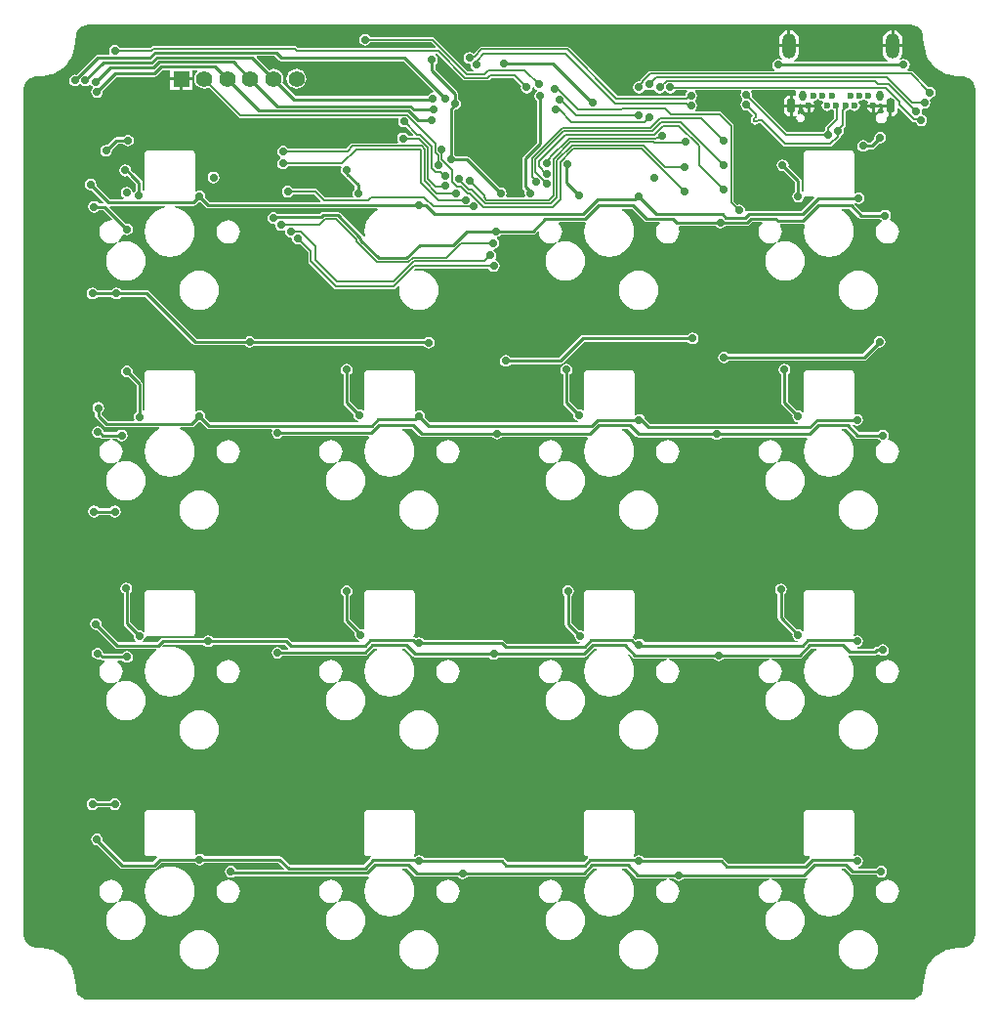
<source format=gbl>
G04*
G04 #@! TF.GenerationSoftware,Altium Limited,Altium Designer,20.2.5 (213)*
G04*
G04 Layer_Physical_Order=2*
G04 Layer_Color=16711680*
%FSLAX25Y25*%
%MOIN*%
G70*
G04*
G04 #@! TF.SameCoordinates,1507EDD1-6C34-405B-B7BF-0C5FC60213AE*
G04*
G04*
G04 #@! TF.FilePolarity,Positive*
G04*
G01*
G75*
%ADD10C,0.01000*%
%ADD56C,0.00600*%
%ADD59C,0.02362*%
%ADD60O,0.04724X0.08661*%
%ADD61O,0.02362X0.03543*%
%ADD62O,0.02953X0.05315*%
%ADD63C,0.05512*%
%ADD64R,0.05512X0.05512*%
%ADD65C,0.02756*%
%ADD66C,0.01968*%
G36*
X-137894Y182845D02*
X142815D01*
X142816Y182845D01*
X143894Y182704D01*
X144945Y182268D01*
X145847Y181576D01*
X146540Y180673D01*
X146975Y179622D01*
X147067Y178928D01*
X147099Y178441D01*
X147099Y178441D01*
X147260Y176400D01*
X147543Y175220D01*
X147542Y175215D01*
X147932Y173254D01*
X147969Y173199D01*
Y173132D01*
X148734Y171285D01*
X148781Y171238D01*
X148794Y171173D01*
X149905Y169510D01*
X149961Y169473D01*
X149986Y169412D01*
X151400Y167998D01*
X151461Y167972D01*
X151498Y167917D01*
X153161Y166806D01*
X153226Y166793D01*
X153273Y166746D01*
X155121Y165981D01*
X155187D01*
X155242Y165944D01*
X157203Y165554D01*
X157208Y165555D01*
X158388Y165271D01*
X160041Y165141D01*
X160482Y165107D01*
X160536Y165111D01*
X161018Y165071D01*
X161646Y164988D01*
X162686Y164558D01*
X163578Y163873D01*
X164262Y162981D01*
X164693Y161942D01*
X164837Y160846D01*
X164833Y160827D01*
Y-127756D01*
X164837Y-127775D01*
X164693Y-128871D01*
X164262Y-129910D01*
X163578Y-130802D01*
X162686Y-131487D01*
X161646Y-131917D01*
X161017Y-132000D01*
X160531Y-132036D01*
Y-132036D01*
X158430Y-132201D01*
X157306Y-132471D01*
X157298Y-132471D01*
X157292Y-132474D01*
X157232Y-132489D01*
X157203Y-132483D01*
X155242Y-132873D01*
X155187Y-132910D01*
X155121D01*
X153273Y-133675D01*
X153226Y-133722D01*
X153161Y-133735D01*
X151498Y-134846D01*
X151461Y-134901D01*
X151400Y-134927D01*
X149986Y-136341D01*
X149961Y-136402D01*
X149905Y-136439D01*
X148794Y-138102D01*
X148781Y-138167D01*
X148734Y-138214D01*
X147969Y-140061D01*
Y-140128D01*
X147932Y-140183D01*
X147542Y-142144D01*
X147548Y-142173D01*
X147533Y-142233D01*
X147530Y-142239D01*
X147530Y-142246D01*
X147260Y-143370D01*
X147095Y-145472D01*
X147095D01*
X147059Y-145958D01*
X146976Y-146588D01*
X146546Y-147626D01*
X145861Y-148519D01*
X144969Y-149203D01*
X143930Y-149634D01*
X142834Y-149778D01*
X142815Y-149774D01*
X-137894D01*
X-137913Y-149778D01*
X-139009Y-149634D01*
X-140048Y-149203D01*
X-140940Y-148519D01*
X-141625Y-147626D01*
X-142055Y-146588D01*
X-142138Y-145958D01*
X-142174Y-145472D01*
X-142174D01*
X-142339Y-143370D01*
X-142609Y-142246D01*
X-142609Y-142239D01*
X-142612Y-142233D01*
X-142627Y-142173D01*
X-142621Y-142144D01*
X-143011Y-140183D01*
X-143048Y-140128D01*
Y-140061D01*
X-143813Y-138214D01*
X-143860Y-138167D01*
X-143873Y-138102D01*
X-144984Y-136439D01*
X-145039Y-136402D01*
X-145065Y-136341D01*
X-146479Y-134927D01*
X-146540Y-134901D01*
X-146577Y-134846D01*
X-148240Y-133735D01*
X-148305Y-133722D01*
X-148352Y-133675D01*
X-150199Y-132910D01*
X-150266D01*
X-150321Y-132873D01*
X-152282Y-132483D01*
X-152311Y-132489D01*
X-152371Y-132474D01*
X-152377Y-132471D01*
X-152384Y-132471D01*
X-153508Y-132201D01*
X-155610Y-132036D01*
Y-132036D01*
X-156096Y-132000D01*
X-156727Y-131917D01*
X-157765Y-131487D01*
X-158657Y-130803D01*
X-159341Y-129911D01*
X-159772Y-128872D01*
X-159916Y-127778D01*
X-159912Y-127760D01*
Y160827D01*
X-159916Y160846D01*
X-159772Y161942D01*
X-159341Y162981D01*
X-158657Y163873D01*
X-157764Y164558D01*
X-156725Y164988D01*
X-156096Y165071D01*
X-155612Y165108D01*
X-155595Y165107D01*
X-155118Y165144D01*
X-153496Y165272D01*
X-152303Y165558D01*
X-152282Y165554D01*
X-150321Y165944D01*
X-150266Y165981D01*
X-150199D01*
X-148352Y166746D01*
X-148305Y166793D01*
X-148240Y166806D01*
X-146577Y167917D01*
X-146540Y167972D01*
X-146479Y167998D01*
X-145065Y169412D01*
X-145039Y169473D01*
X-144984Y169510D01*
X-143873Y171173D01*
X-143860Y171238D01*
X-143813Y171285D01*
X-143048Y173132D01*
Y173199D01*
X-143011Y173254D01*
X-142621Y175215D01*
X-142625Y175236D01*
X-142339Y176429D01*
X-142211Y178051D01*
X-142174Y178528D01*
X-142175Y178545D01*
X-142138Y179029D01*
X-142055Y179658D01*
X-141625Y180697D01*
X-140940Y181590D01*
X-140048Y182274D01*
X-139009Y182705D01*
X-137913Y182849D01*
X-137894Y182845D01*
D02*
G37*
%LPC*%
G36*
X101779Y180884D02*
Y176091D01*
X104671D01*
Y177559D01*
X104555Y178437D01*
X104216Y179255D01*
X103677Y179957D01*
X102975Y180496D01*
X102157Y180835D01*
X101779Y180884D01*
D02*
G37*
G36*
X100779D02*
X100402Y180835D01*
X99584Y180496D01*
X98882Y179957D01*
X98343Y179255D01*
X98004Y178437D01*
X97888Y177559D01*
Y176091D01*
X100779D01*
Y180884D01*
D02*
G37*
G36*
X137213D02*
Y176091D01*
X140104D01*
Y177559D01*
X139988Y178437D01*
X139649Y179255D01*
X139111Y179957D01*
X138408Y180496D01*
X137590Y180835D01*
X137213Y180884D01*
D02*
G37*
G36*
X136213Y180884D02*
X135835Y180835D01*
X135017Y180496D01*
X134315Y179957D01*
X133776Y179255D01*
X133437Y178437D01*
X133321Y177559D01*
Y176091D01*
X136213D01*
Y180884D01*
D02*
G37*
G36*
X-43406Y179674D02*
X-44177Y179521D01*
X-44831Y179084D01*
X-45269Y178429D01*
X-45422Y177657D01*
X-45269Y176886D01*
X-44831Y176232D01*
X-44177Y175794D01*
X-43406Y175641D01*
X-42634Y175794D01*
X-41980Y176232D01*
X-41640Y176740D01*
X-20853D01*
X-19427Y175314D01*
X-19618Y174852D01*
X-66262D01*
X-66762Y175353D01*
X-67060Y175552D01*
X-67411Y175622D01*
X-115606D01*
X-115957Y175552D01*
X-116255Y175353D01*
X-116756Y174852D01*
X-127073D01*
X-127413Y175361D01*
X-128067Y175798D01*
X-128839Y175951D01*
X-129610Y175798D01*
X-130265Y175361D01*
X-130702Y174706D01*
X-130855Y173935D01*
X-130702Y173163D01*
X-130606Y173019D01*
X-130842Y172578D01*
X-134744D01*
X-135173Y172493D01*
X-135537Y172250D01*
X-135537Y172250D01*
X-142062Y165725D01*
X-142421Y165796D01*
X-143193Y165643D01*
X-143847Y165206D01*
X-144284Y164551D01*
X-144438Y163779D01*
X-144284Y163008D01*
X-143847Y162354D01*
X-143193Y161916D01*
X-142421Y161763D01*
X-141649Y161916D01*
X-140995Y162354D01*
X-140900Y162497D01*
X-140400D01*
X-140304Y162354D01*
X-139650Y161916D01*
X-138878Y161763D01*
X-138106Y161916D01*
X-137452Y162354D01*
X-136937Y162224D01*
X-136761Y161960D01*
X-136496Y161783D01*
X-136367Y161268D01*
X-136804Y160614D01*
X-136958Y159843D01*
X-136804Y159071D01*
X-136367Y158416D01*
X-135713Y157979D01*
X-134941Y157826D01*
X-134169Y157979D01*
X-133515Y158416D01*
X-133078Y159071D01*
X-132924Y159843D01*
X-132996Y160202D01*
X-128177Y165020D01*
X-115401D01*
X-115401Y165020D01*
X-114971Y165106D01*
X-114607Y165349D01*
X-112574Y167382D01*
X-109957D01*
Y164870D01*
X-106201D01*
X-102445D01*
Y167382D01*
X-100735D01*
X-100565Y166882D01*
X-100720Y166763D01*
X-101258Y166062D01*
X-101596Y165246D01*
X-101712Y164370D01*
X-101596Y163494D01*
X-101258Y162678D01*
X-100720Y161977D01*
X-100019Y161439D01*
X-99203Y161101D01*
X-98327Y160985D01*
X-97451Y161101D01*
X-96676Y161422D01*
X-86574Y151320D01*
X-86276Y151121D01*
X-85925Y151051D01*
X-32579D01*
X-32228Y151121D01*
X-31909Y150744D01*
X-31884Y150697D01*
X-31983Y150550D01*
X-32136Y149778D01*
X-31983Y149006D01*
X-31545Y148352D01*
X-30891Y147915D01*
X-30119Y147761D01*
X-29520Y147880D01*
X-27015Y145376D01*
X-27206Y144914D01*
X-28746D01*
X-29086Y145422D01*
X-29740Y145859D01*
X-30512Y146013D01*
X-31284Y145859D01*
X-31938Y145422D01*
X-32375Y144768D01*
X-32528Y143996D01*
X-32375Y143224D01*
X-32141Y142874D01*
X-32408Y142374D01*
X-47608D01*
X-47959Y142304D01*
X-48256Y142105D01*
X-49877Y140485D01*
X-69605D01*
X-69945Y140993D01*
X-70599Y141430D01*
X-71371Y141584D01*
X-72143Y141430D01*
X-72797Y140993D01*
X-73234Y140339D01*
X-73388Y139567D01*
X-73234Y138795D01*
X-72797Y138141D01*
X-72254Y137778D01*
X-72216Y137615D01*
Y137385D01*
X-72254Y137222D01*
X-72797Y136859D01*
X-73234Y136205D01*
X-73388Y135433D01*
X-73234Y134661D01*
X-72797Y134007D01*
X-72143Y133570D01*
X-71371Y133416D01*
X-70599Y133570D01*
X-69945Y134007D01*
X-69605Y134515D01*
X-51797D01*
X-51530Y134015D01*
X-51568Y133958D01*
X-51721Y133187D01*
X-51568Y132415D01*
X-51131Y131761D01*
X-50606Y131410D01*
X-50498Y131248D01*
X-46889Y127639D01*
Y126728D01*
X-47194Y126524D01*
X-47631Y125870D01*
X-47784Y125098D01*
X-47631Y124327D01*
X-47532Y124179D01*
X-47768Y123738D01*
X-56872D01*
X-59710Y126576D01*
X-60008Y126775D01*
X-60359Y126845D01*
X-68075D01*
X-68414Y127354D01*
X-69068Y127791D01*
X-69840Y127944D01*
X-70612Y127791D01*
X-71266Y127354D01*
X-71703Y126699D01*
X-71857Y125927D01*
X-71703Y125156D01*
X-71266Y124502D01*
X-70612Y124064D01*
X-69840Y123911D01*
X-69068Y124064D01*
X-68414Y124502D01*
X-68075Y125010D01*
X-60739D01*
X-58572Y122843D01*
X-58764Y122381D01*
X-96484D01*
X-97956Y123854D01*
X-97885Y124213D01*
X-98038Y124984D01*
X-98475Y125639D01*
X-99130Y126076D01*
X-99902Y126229D01*
X-100673Y126076D01*
X-101006Y125853D01*
X-101506Y126120D01*
Y138839D01*
X-101584Y139226D01*
X-101803Y139555D01*
X-102132Y139775D01*
X-102520Y139852D01*
X-117677D01*
X-118065Y139775D01*
X-118394Y139555D01*
X-118613Y139226D01*
X-118690Y138839D01*
Y126499D01*
X-119189Y126260D01*
X-119449Y126456D01*
Y128964D01*
X-119449Y128964D01*
X-119535Y129393D01*
X-119778Y129757D01*
X-122113Y132092D01*
X-122477Y132335D01*
X-122504Y132341D01*
X-123290Y133126D01*
X-123432Y133843D01*
X-123869Y134497D01*
X-124523Y134934D01*
X-125295Y135088D01*
X-126067Y134934D01*
X-126721Y134497D01*
X-127158Y133843D01*
X-127312Y133071D01*
X-127158Y132299D01*
X-126721Y131645D01*
X-126067Y131208D01*
X-125295Y131054D01*
X-124540Y131204D01*
X-123842Y130506D01*
X-123842Y130506D01*
X-123478Y130263D01*
X-123451Y130258D01*
X-121692Y128499D01*
Y126246D01*
X-121997Y126043D01*
X-122292Y125601D01*
X-122822Y125707D01*
X-122932Y126256D01*
X-123369Y126910D01*
X-124023Y127347D01*
X-124795Y127500D01*
X-125567Y127347D01*
X-126221Y126910D01*
X-126658Y126256D01*
X-126812Y125484D01*
X-126658Y124712D01*
X-126221Y124058D01*
X-125775Y123760D01*
X-125927Y123260D01*
X-130434D01*
X-135161Y127987D01*
X-135090Y128347D01*
X-135243Y129118D01*
X-135680Y129772D01*
X-136335Y130210D01*
X-137106Y130363D01*
X-137878Y130210D01*
X-138532Y129772D01*
X-138970Y129118D01*
X-139123Y128347D01*
X-138970Y127575D01*
X-138532Y126920D01*
X-137878Y126483D01*
X-137106Y126330D01*
X-136747Y126401D01*
X-132637Y122291D01*
X-132844Y121791D01*
X-134296D01*
X-134499Y122095D01*
X-135153Y122532D01*
X-135925Y122686D01*
X-136697Y122532D01*
X-137351Y122095D01*
X-137788Y121441D01*
X-137942Y120669D01*
X-137788Y119897D01*
X-137351Y119243D01*
X-136697Y118806D01*
X-135925Y118653D01*
X-135153Y118806D01*
X-134499Y119243D01*
X-134296Y119548D01*
X-132779D01*
X-129817Y116586D01*
X-130038Y116138D01*
X-130098Y116146D01*
X-131129Y116010D01*
X-132089Y115613D01*
X-132913Y114980D01*
X-133546Y114156D01*
X-133943Y113196D01*
X-134079Y112165D01*
X-133943Y111135D01*
X-133546Y110175D01*
X-132913Y109351D01*
X-132089Y108718D01*
X-131129Y108320D01*
X-130098Y108185D01*
X-129068Y108320D01*
X-128523Y108546D01*
X-128097Y108587D01*
X-128069Y108527D01*
X-128161Y108128D01*
X-128840Y107765D01*
X-129861Y106928D01*
X-130698Y105907D01*
X-131321Y104743D01*
X-131704Y103479D01*
X-131833Y102165D01*
X-131704Y100852D01*
X-131321Y99588D01*
X-130698Y98424D01*
X-129861Y97403D01*
X-128840Y96566D01*
X-127676Y95943D01*
X-126412Y95560D01*
X-125098Y95431D01*
X-123784Y95560D01*
X-122521Y95943D01*
X-121357Y96566D01*
X-120336Y97403D01*
X-119499Y98424D01*
X-118876Y99588D01*
X-118493Y100852D01*
X-118364Y102165D01*
X-118493Y103479D01*
X-118876Y104743D01*
X-119499Y105907D01*
X-120336Y106928D01*
X-121357Y107765D01*
X-122521Y108387D01*
X-123784Y108771D01*
X-125098Y108900D01*
X-126412Y108771D01*
X-127484Y108446D01*
X-127676Y108387D01*
X-127700Y108401D01*
X-127748Y108995D01*
X-127284Y109351D01*
X-126651Y110175D01*
X-126282Y111066D01*
X-126113Y111179D01*
X-125728Y111297D01*
X-125477Y111129D01*
X-124705Y110975D01*
X-123933Y111129D01*
X-123279Y111566D01*
X-122842Y112220D01*
X-122688Y112992D01*
X-122842Y113764D01*
X-123279Y114418D01*
X-123933Y114855D01*
X-124705Y115009D01*
X-125007Y114949D01*
X-130576Y120517D01*
X-130369Y121017D01*
X-111782D01*
X-111757Y120517D01*
X-111760Y120517D01*
X-113357Y120032D01*
X-114829Y119245D01*
X-116119Y118186D01*
X-117178Y116896D01*
X-117965Y115424D01*
X-118450Y113827D01*
X-118613Y112165D01*
X-118450Y110504D01*
X-117965Y108907D01*
X-117178Y107435D01*
X-116119Y106144D01*
X-114829Y105085D01*
X-113357Y104298D01*
X-111760Y103814D01*
X-110098Y103650D01*
X-108437Y103814D01*
X-106840Y104298D01*
X-105368Y105085D01*
X-104077Y106144D01*
X-103018Y107435D01*
X-102232Y108907D01*
X-101747Y110504D01*
X-101583Y112165D01*
X-101747Y113827D01*
X-102232Y115424D01*
X-103018Y116896D01*
X-104077Y118186D01*
X-105368Y119245D01*
X-106840Y120032D01*
X-108437Y120517D01*
X-108440Y120517D01*
X-108415Y121017D01*
X-101976D01*
X-101976Y121017D01*
X-101546Y121102D01*
X-101182Y121345D01*
X-100261Y122267D01*
X-99902Y122196D01*
X-99542Y122267D01*
X-97742Y120467D01*
X-97742Y120467D01*
X-97378Y120224D01*
X-96949Y120138D01*
X-39219D01*
X-39094Y119638D01*
X-39829Y119245D01*
X-41119Y118186D01*
X-42178Y116896D01*
X-42965Y115424D01*
X-43450Y113827D01*
X-43613Y112165D01*
X-43481Y110817D01*
X-43456Y110569D01*
X-43931Y110449D01*
X-44174Y110813D01*
X-44174Y110813D01*
X-51967Y118605D01*
X-52330Y118848D01*
X-52760Y118933D01*
X-52760Y118933D01*
X-57745D01*
X-58174Y118848D01*
X-58538Y118605D01*
X-58538Y118605D01*
X-58895Y118247D01*
X-73256D01*
X-73308Y118325D01*
X-73963Y118763D01*
X-74734Y118916D01*
X-75506Y118763D01*
X-76161Y118325D01*
X-76598Y117671D01*
X-76751Y116899D01*
X-76598Y116128D01*
X-76161Y115473D01*
X-75506Y115036D01*
X-74734Y114883D01*
X-74505Y114928D01*
X-74151Y114575D01*
X-74163Y114517D01*
X-74009Y113746D01*
X-73572Y113091D01*
X-72918Y112654D01*
X-72146Y112501D01*
X-71374Y112654D01*
X-71194Y112774D01*
X-70745Y112474D01*
X-70791Y112239D01*
X-70638Y111468D01*
X-70200Y110813D01*
X-69546Y110376D01*
X-68817Y110231D01*
X-68674Y110171D01*
X-68346Y109798D01*
X-68216Y109144D01*
X-67779Y108490D01*
X-67124Y108053D01*
X-66353Y107899D01*
X-65753Y108019D01*
X-62818Y105083D01*
Y102156D01*
X-62748Y101805D01*
X-62549Y101507D01*
X-53897Y92855D01*
X-53599Y92656D01*
X-53248Y92586D01*
X-33663D01*
X-33312Y92656D01*
X-33014Y92855D01*
X-32183Y93686D01*
X-31735Y93488D01*
X-31706Y93456D01*
X-31833Y92165D01*
X-31704Y90851D01*
X-31321Y89588D01*
X-30698Y88424D01*
X-29861Y87403D01*
X-28840Y86566D01*
X-27676Y85943D01*
X-26412Y85560D01*
X-25098Y85431D01*
X-23785Y85560D01*
X-22521Y85943D01*
X-21357Y86566D01*
X-20336Y87403D01*
X-19499Y88424D01*
X-18876Y89588D01*
X-18493Y90851D01*
X-18364Y92165D01*
X-18493Y93479D01*
X-18876Y94743D01*
X-19499Y95907D01*
X-20336Y96928D01*
X-21357Y97765D01*
X-22521Y98387D01*
X-23785Y98771D01*
X-25098Y98900D01*
X-26389Y98773D01*
X-26421Y98802D01*
X-26619Y99250D01*
X-26196Y99673D01*
X-1274D01*
X-934Y99164D01*
X-280Y98727D01*
X492Y98574D01*
X1264Y98727D01*
X1918Y99164D01*
X2355Y99819D01*
X2509Y100591D01*
X2355Y101362D01*
X1918Y102017D01*
X1264Y102454D01*
X1180Y102471D01*
X950Y103026D01*
X1174Y103362D01*
X1328Y104134D01*
X1174Y104906D01*
X737Y105560D01*
X413Y105777D01*
X555Y106283D01*
X1167Y106404D01*
X1821Y106842D01*
X2258Y107496D01*
X2412Y108268D01*
X2258Y109039D01*
X1821Y109694D01*
X1510Y109901D01*
X1616Y110432D01*
X2150Y110538D01*
X2804Y110976D01*
X3007Y111280D01*
X13849D01*
X13849Y111280D01*
X14279Y111365D01*
X14643Y111609D01*
X15481Y112446D01*
X15929Y112225D01*
X15921Y112165D01*
X16057Y111135D01*
X16454Y110175D01*
X17087Y109351D01*
X17911Y108718D01*
X18871Y108320D01*
X19902Y108185D01*
X20932Y108320D01*
X21477Y108546D01*
X21903Y108587D01*
X21931Y108527D01*
X21839Y108128D01*
X21160Y107765D01*
X20139Y106928D01*
X19302Y105907D01*
X18679Y104743D01*
X18296Y103479D01*
X18167Y102165D01*
X18296Y100852D01*
X18679Y99588D01*
X19302Y98424D01*
X20139Y97403D01*
X21160Y96566D01*
X22324Y95943D01*
X23588Y95560D01*
X24902Y95431D01*
X26215Y95560D01*
X27479Y95943D01*
X28643Y96566D01*
X29664Y97403D01*
X30501Y98424D01*
X31124Y99588D01*
X31507Y100852D01*
X31636Y102165D01*
X31507Y103479D01*
X31124Y104743D01*
X30501Y105907D01*
X29664Y106928D01*
X28643Y107765D01*
X27479Y108387D01*
X26215Y108771D01*
X24902Y108900D01*
X23588Y108771D01*
X22516Y108446D01*
X22324Y108387D01*
X22300Y108401D01*
X22252Y108995D01*
X22716Y109351D01*
X23349Y110175D01*
X23746Y111135D01*
X23882Y112165D01*
X23746Y113196D01*
X23349Y114156D01*
X22716Y114980D01*
X22668Y115017D01*
X22829Y115490D01*
X31532D01*
X31799Y115239D01*
X31916Y115032D01*
X31550Y113827D01*
X31387Y112165D01*
X31550Y110504D01*
X32035Y108907D01*
X32822Y107435D01*
X33881Y106144D01*
X35171Y105085D01*
X36643Y104298D01*
X38240Y103814D01*
X39902Y103650D01*
X41563Y103814D01*
X43160Y104298D01*
X44632Y105085D01*
X45923Y106144D01*
X46981Y107435D01*
X47768Y108907D01*
X48253Y110504D01*
X48417Y112165D01*
X48253Y113827D01*
X47768Y115424D01*
X46981Y116896D01*
X45923Y118186D01*
X44632Y119245D01*
X44094Y119533D01*
X44216Y120018D01*
X47616D01*
X51815Y115819D01*
X51815Y115819D01*
X52179Y115576D01*
X52608Y115490D01*
X52608Y115490D01*
X56974D01*
X57135Y115017D01*
X57087Y114980D01*
X56454Y114156D01*
X56057Y113196D01*
X55921Y112165D01*
X56057Y111135D01*
X56454Y110175D01*
X57087Y109351D01*
X57911Y108718D01*
X58871Y108320D01*
X59902Y108185D01*
X60932Y108320D01*
X61892Y108718D01*
X62716Y109351D01*
X63349Y110175D01*
X63747Y111135D01*
X63882Y112165D01*
X63747Y113196D01*
X63524Y113733D01*
X63858Y114233D01*
X76225D01*
X76428Y113928D01*
X77083Y113491D01*
X77854Y113338D01*
X78626Y113491D01*
X79280Y113928D01*
X79484Y114233D01*
X86908D01*
X86908Y114233D01*
X87337Y114318D01*
X87701Y114561D01*
X88630Y115490D01*
X91974D01*
X92135Y115017D01*
X92087Y114980D01*
X91454Y114156D01*
X91057Y113196D01*
X90921Y112165D01*
X91057Y111135D01*
X91454Y110175D01*
X92087Y109351D01*
X92911Y108718D01*
X93871Y108320D01*
X94902Y108185D01*
X95932Y108320D01*
X96477Y108546D01*
X96903Y108587D01*
X96931Y108527D01*
X96839Y108128D01*
X96160Y107765D01*
X95139Y106928D01*
X94302Y105907D01*
X93679Y104743D01*
X93296Y103479D01*
X93167Y102165D01*
X93296Y100852D01*
X93679Y99588D01*
X94302Y98424D01*
X95139Y97403D01*
X96160Y96566D01*
X97324Y95943D01*
X98588Y95560D01*
X99902Y95431D01*
X101216Y95560D01*
X102479Y95943D01*
X103643Y96566D01*
X104664Y97403D01*
X105501Y98424D01*
X106124Y99588D01*
X106507Y100852D01*
X106636Y102165D01*
X106507Y103479D01*
X106124Y104743D01*
X105501Y105907D01*
X104664Y106928D01*
X103643Y107765D01*
X102479Y108387D01*
X101216Y108771D01*
X99902Y108900D01*
X98588Y108771D01*
X97516Y108446D01*
X97324Y108387D01*
X97300Y108401D01*
X97252Y108995D01*
X97716Y109351D01*
X98349Y110175D01*
X98747Y111135D01*
X98882Y112165D01*
X98747Y113196D01*
X98349Y114156D01*
X98228Y114313D01*
X98449Y114761D01*
X105928D01*
X105928Y114761D01*
X106357Y114846D01*
X106758Y114514D01*
X106550Y113827D01*
X106387Y112165D01*
X106550Y110504D01*
X107035Y108907D01*
X107822Y107435D01*
X108881Y106144D01*
X110171Y105085D01*
X111643Y104298D01*
X113240Y103814D01*
X114902Y103650D01*
X116563Y103814D01*
X118160Y104298D01*
X119632Y105085D01*
X120923Y106144D01*
X121982Y107435D01*
X122768Y108907D01*
X123253Y110504D01*
X123417Y112165D01*
X123253Y113827D01*
X122768Y115424D01*
X121982Y116896D01*
X120923Y118186D01*
X119632Y119245D01*
X119094Y119533D01*
X119216Y120018D01*
X122025D01*
X125120Y116923D01*
X125120Y116923D01*
X125484Y116680D01*
X125913Y116595D01*
X125913Y116595D01*
X132443D01*
X132646Y116290D01*
X132874Y116138D01*
X132894Y115859D01*
X132841Y115559D01*
X132087Y114980D01*
X131454Y114156D01*
X131057Y113196D01*
X130921Y112165D01*
X131057Y111135D01*
X131454Y110175D01*
X132087Y109351D01*
X132911Y108718D01*
X133871Y108320D01*
X134902Y108185D01*
X135932Y108320D01*
X136892Y108718D01*
X137716Y109351D01*
X138349Y110175D01*
X138747Y111135D01*
X138882Y112165D01*
X138747Y113196D01*
X138349Y114156D01*
X137716Y114980D01*
X136892Y115613D01*
X135932Y116010D01*
X135914Y116013D01*
X135671Y116549D01*
X135936Y116945D01*
X136089Y117717D01*
X135936Y118488D01*
X135498Y119143D01*
X134844Y119580D01*
X134072Y119733D01*
X133301Y119580D01*
X132646Y119143D01*
X132443Y118838D01*
X126377D01*
X123517Y121699D01*
X123836Y122087D01*
X124327Y121759D01*
X125098Y121605D01*
X125870Y121759D01*
X126524Y122196D01*
X126962Y122850D01*
X127115Y123622D01*
X126962Y124394D01*
X126524Y125048D01*
X125870Y125485D01*
X125098Y125639D01*
X124327Y125485D01*
X123994Y125263D01*
X123494Y125530D01*
Y138839D01*
X123416Y139226D01*
X123197Y139555D01*
X122868Y139775D01*
X122480Y139852D01*
X107323D01*
X106935Y139775D01*
X106606Y139555D01*
X106387Y139226D01*
X106310Y138839D01*
Y126097D01*
X105811Y125857D01*
X105551Y126053D01*
Y129527D01*
X105551Y129527D01*
X105466Y129956D01*
X105223Y130320D01*
X101059Y134483D01*
X101131Y134843D01*
X100977Y135614D01*
X100540Y136268D01*
X99886Y136706D01*
X99114Y136859D01*
X98342Y136706D01*
X97688Y136268D01*
X97251Y135614D01*
X97097Y134843D01*
X97251Y134071D01*
X97688Y133416D01*
X98342Y132979D01*
X99114Y132826D01*
X99473Y132897D01*
X103308Y129063D01*
Y125842D01*
X103004Y125639D01*
X102566Y124985D01*
X102413Y124213D01*
X102566Y123441D01*
X103004Y122787D01*
X103658Y122350D01*
X104429Y122196D01*
X105201Y122350D01*
X105856Y122787D01*
X106293Y123441D01*
X106417Y124065D01*
X106786Y124288D01*
X106935Y124320D01*
X106935Y124320D01*
X107323Y124243D01*
X109786D01*
X109977Y123781D01*
X105529Y119333D01*
X87502D01*
X87502Y119333D01*
X87073Y119248D01*
X86792Y119060D01*
X86527Y119169D01*
X86338Y119340D01*
X86367Y119488D01*
X86214Y120260D01*
X85776Y120914D01*
X85122Y121351D01*
X84350Y121505D01*
X83751Y121386D01*
X82404Y122732D01*
Y148336D01*
X82334Y148687D01*
X82135Y148985D01*
X78230Y152890D01*
X77933Y153089D01*
X77582Y153159D01*
X69300D01*
X69148Y153659D01*
X69241Y153721D01*
X69678Y154375D01*
X69832Y155147D01*
X69678Y155919D01*
X69286Y156506D01*
X69238Y156724D01*
Y156926D01*
X69286Y157144D01*
X69678Y157731D01*
X69832Y158503D01*
X69678Y159275D01*
X69241Y159929D01*
X69163Y159981D01*
X69315Y160481D01*
X84810D01*
X85078Y159981D01*
X84849Y159640D01*
X84696Y158868D01*
X84849Y158096D01*
X85242Y157509D01*
X85290Y157291D01*
Y157089D01*
X85242Y156870D01*
X84849Y156284D01*
X84696Y155512D01*
X84849Y154740D01*
X85287Y154086D01*
X85941Y153649D01*
X86713Y153495D01*
X87312Y153614D01*
X89061Y151866D01*
X88651Y151456D01*
X88641Y151466D01*
X88289Y150938D01*
X88165Y150317D01*
X88289Y149695D01*
X88641Y149168D01*
X88641Y149168D01*
X89168Y148815D01*
X89790Y148692D01*
X90412Y148815D01*
X90939Y149168D01*
X90939Y149168D01*
X91369Y149337D01*
X91589D01*
X93249Y147678D01*
X99351Y141576D01*
X99649Y141377D01*
X100000Y141307D01*
X115453D01*
X115804Y141377D01*
X116102Y141576D01*
X118608Y144082D01*
X118807Y144380D01*
X118877Y144731D01*
Y144833D01*
X119473Y145231D01*
X119910Y145886D01*
X120064Y146657D01*
X119945Y147257D01*
X120445Y147757D01*
X120644Y148055D01*
X120714Y148406D01*
Y153309D01*
X120741Y153336D01*
X121266Y153440D01*
X121855Y153834D01*
X121896Y153895D01*
X122396D01*
X122436Y153834D01*
X123026Y153440D01*
X123721Y153302D01*
X124415Y153440D01*
X125005Y153834D01*
X125398Y154423D01*
X125537Y155118D01*
X125398Y155813D01*
X125011Y156392D01*
X125022Y156439D01*
X125218Y156861D01*
X125295Y156845D01*
X125990Y156984D01*
X126579Y157377D01*
X126620Y157438D01*
X127120D01*
X127161Y157377D01*
X127750Y156984D01*
X128007Y156932D01*
X128238Y156377D01*
X127965Y155969D01*
X127895Y155618D01*
X130020D01*
Y155118D01*
D01*
Y155618D01*
X132144D01*
X132113Y155775D01*
X132185Y155847D01*
X132881Y155985D01*
X133381Y155691D01*
Y155618D01*
X135906D01*
Y155118D01*
X136406D01*
Y151512D01*
X136872Y151604D01*
X137691Y152152D01*
X138238Y152971D01*
X138430Y153937D01*
Y154133D01*
X138892Y154325D01*
X143449Y149768D01*
X143746Y149569D01*
X144098Y149499D01*
X144494D01*
X144512Y149408D01*
X144950Y148753D01*
X145604Y148316D01*
X146376Y148163D01*
X147147Y148316D01*
X147802Y148753D01*
X148239Y149408D01*
X148392Y150180D01*
X148239Y150951D01*
X147802Y151605D01*
X147147Y152043D01*
X146865Y152099D01*
X146450Y152378D01*
X146502Y152642D01*
X146603Y153150D01*
X146466Y153839D01*
X146631Y154058D01*
X146850Y154223D01*
X147539Y154086D01*
X148311Y154239D01*
X148965Y154676D01*
X149403Y155331D01*
X149556Y156102D01*
X149403Y156874D01*
X149224Y157141D01*
X149246Y157264D01*
X149477Y157662D01*
X150083Y157782D01*
X150737Y158220D01*
X151174Y158874D01*
X151328Y159646D01*
X151174Y160417D01*
X150737Y161072D01*
X150083Y161509D01*
X149311Y161662D01*
X148711Y161543D01*
X143464Y166791D01*
X143166Y166990D01*
X142815Y167059D01*
X141867D01*
X141716Y167559D01*
X141879Y167668D01*
X142316Y168323D01*
X142470Y169095D01*
X142316Y169866D01*
X141879Y170520D01*
X141225Y170958D01*
X140453Y171111D01*
X139681Y170958D01*
X139027Y170520D01*
X139011Y170497D01*
X138988Y170500D01*
X138845Y171020D01*
X139111Y171224D01*
X139649Y171926D01*
X139988Y172744D01*
X140104Y173622D01*
Y175091D01*
X136713D01*
X133321D01*
Y173622D01*
X133437Y172744D01*
X133776Y171926D01*
X134315Y171224D01*
X134977Y170716D01*
X134977Y170660D01*
X134648Y170216D01*
X103345D01*
X103015Y170660D01*
X103015Y170716D01*
X103677Y171224D01*
X104216Y171926D01*
X104555Y172744D01*
X104671Y173622D01*
Y175091D01*
X101279D01*
X97888D01*
Y173622D01*
X98004Y172744D01*
X98343Y171926D01*
X98882Y171224D01*
X98560Y170857D01*
X98410Y170958D01*
X97638Y171111D01*
X96866Y170958D01*
X96212Y170520D01*
X95775Y169866D01*
X95621Y169095D01*
X95775Y168323D01*
X96212Y167668D01*
X96375Y167559D01*
X96223Y167059D01*
X53964D01*
X53612Y166990D01*
X53315Y166791D01*
X50715Y164191D01*
X50516Y163893D01*
X50472Y163672D01*
X50212Y163411D01*
X50098Y163434D01*
X49327Y163280D01*
X48672Y162843D01*
X48235Y162189D01*
X48082Y161417D01*
X48235Y160646D01*
X48672Y159991D01*
X49327Y159554D01*
X50098Y159401D01*
X50870Y159554D01*
X51525Y159991D01*
X51962Y160646D01*
X51978Y160730D01*
X52534Y160960D01*
X52870Y160735D01*
X53642Y160582D01*
X54413Y160735D01*
X54750Y160960D01*
X55305Y160730D01*
X55322Y160646D01*
X55759Y159991D01*
X56413Y159554D01*
X57185Y159401D01*
X57957Y159554D01*
X58611Y159991D01*
X58707Y160134D01*
X59207D01*
X59302Y159991D01*
X59957Y159554D01*
X60728Y159401D01*
X61500Y159554D01*
X62154Y159991D01*
X62481Y160481D01*
X66315D01*
X66467Y159981D01*
X66389Y159929D01*
X65952Y159275D01*
X65806Y158543D01*
X42840D01*
X26324Y175058D01*
X26027Y175257D01*
X25675Y175327D01*
X-3603D01*
X-3954Y175257D01*
X-4252Y175058D01*
X-6394Y172916D01*
X-7015Y173331D01*
X-7786Y173484D01*
X-8558Y173331D01*
X-9212Y172894D01*
X-9650Y172239D01*
X-9803Y171467D01*
X-9650Y170696D01*
X-9212Y170042D01*
X-8558Y169604D01*
X-7786Y169451D01*
X-7783Y169451D01*
X-7535Y169203D01*
X-7414Y169015D01*
X-7277Y168323D01*
X-6839Y167668D01*
X-6318Y167320D01*
X-6470Y166820D01*
X-8337D01*
X-19824Y178306D01*
X-20121Y178505D01*
X-20472Y178575D01*
X-41640D01*
X-41980Y179084D01*
X-42634Y179521D01*
X-43406Y179674D01*
D02*
G37*
G36*
X-102445Y163870D02*
X-105701D01*
Y160614D01*
X-102445D01*
Y163870D01*
D02*
G37*
G36*
X-106701D02*
X-109957D01*
Y160614D01*
X-106701D01*
Y163870D01*
D02*
G37*
G36*
X132144Y154618D02*
X130520D01*
Y152994D01*
X130871Y153064D01*
X131592Y153546D01*
X132074Y154267D01*
X132144Y154618D01*
D02*
G37*
G36*
X129520D02*
X127895D01*
X127965Y154267D01*
X128447Y153546D01*
X129169Y153064D01*
X129520Y152994D01*
Y154618D01*
D02*
G37*
G36*
X135406Y154618D02*
X133381D01*
Y153937D01*
X133548Y153095D01*
X133317Y152767D01*
X133180Y152659D01*
X132973Y152700D01*
X132579D01*
X131922Y152569D01*
X131366Y152197D01*
X130994Y151641D01*
X130863Y150984D01*
X130994Y150328D01*
X131366Y149771D01*
X131922Y149399D01*
X132579Y149269D01*
X132973D01*
X133629Y149399D01*
X134186Y149771D01*
X134557Y150328D01*
X134688Y150984D01*
X134645Y151199D01*
X134738Y151328D01*
X135080Y151576D01*
X135406Y151512D01*
Y154618D01*
D02*
G37*
G36*
X-124311Y145324D02*
X-125083Y145170D01*
X-125737Y144733D01*
X-125941Y144429D01*
X-128248D01*
X-128248Y144429D01*
X-128677Y144343D01*
X-129041Y144100D01*
X-129041Y144100D01*
X-131432Y141709D01*
X-131791Y141780D01*
X-132563Y141627D01*
X-133217Y141190D01*
X-133654Y140535D01*
X-133808Y139764D01*
X-133654Y138992D01*
X-133217Y138338D01*
X-132563Y137901D01*
X-131791Y137747D01*
X-131020Y137901D01*
X-130365Y138338D01*
X-129928Y138992D01*
X-129775Y139764D01*
X-129846Y140123D01*
X-127784Y142185D01*
X-125941D01*
X-125737Y141881D01*
X-125083Y141444D01*
X-124311Y141290D01*
X-123539Y141444D01*
X-122885Y141881D01*
X-122448Y142535D01*
X-122294Y143307D01*
X-122448Y144079D01*
X-122885Y144733D01*
X-123539Y145170D01*
X-124311Y145324D01*
D02*
G37*
G36*
X132382Y146308D02*
X131610Y146154D01*
X130956Y145717D01*
X130519Y145063D01*
X130365Y144291D01*
X130437Y143932D01*
X129063Y142559D01*
X128204D01*
X128001Y142863D01*
X127347Y143300D01*
X126575Y143454D01*
X125803Y143300D01*
X125149Y142863D01*
X124712Y142209D01*
X124558Y141437D01*
X124712Y140665D01*
X125149Y140011D01*
X125803Y139574D01*
X126575Y139420D01*
X127347Y139574D01*
X128001Y140011D01*
X128204Y140315D01*
X129527D01*
X129528Y140315D01*
X129957Y140401D01*
X130321Y140644D01*
X132023Y142346D01*
X132382Y142275D01*
X133154Y142428D01*
X133808Y142865D01*
X134245Y143520D01*
X134399Y144291D01*
X134245Y145063D01*
X133808Y145717D01*
X133154Y146154D01*
X132382Y146308D01*
D02*
G37*
G36*
X-95178Y132724D02*
X-95949Y132571D01*
X-96604Y132134D01*
X-97041Y131480D01*
X-97194Y130708D01*
X-97041Y129936D01*
X-96604Y129282D01*
X-95949Y128845D01*
X-95178Y128691D01*
X-94406Y128845D01*
X-93752Y129282D01*
X-93314Y129936D01*
X-93161Y130708D01*
X-93314Y131480D01*
X-93752Y132134D01*
X-94406Y132571D01*
X-95178Y132724D01*
D02*
G37*
G36*
X-90098Y116146D02*
X-91129Y116010D01*
X-92089Y115613D01*
X-92913Y114980D01*
X-93546Y114156D01*
X-93943Y113196D01*
X-94079Y112165D01*
X-93943Y111135D01*
X-93546Y110175D01*
X-92913Y109351D01*
X-92089Y108718D01*
X-91129Y108320D01*
X-90098Y108185D01*
X-89068Y108320D01*
X-88108Y108718D01*
X-87284Y109351D01*
X-86651Y110175D01*
X-86253Y111135D01*
X-86118Y112165D01*
X-86253Y113196D01*
X-86651Y114156D01*
X-87284Y114980D01*
X-88108Y115613D01*
X-89068Y116010D01*
X-90098Y116146D01*
D02*
G37*
G36*
X-128248Y93158D02*
X-129020Y93005D01*
X-129674Y92568D01*
X-129877Y92263D01*
X-134827D01*
X-135031Y92568D01*
X-135685Y93005D01*
X-136457Y93158D01*
X-137229Y93005D01*
X-137883Y92568D01*
X-138320Y91913D01*
X-138474Y91142D01*
X-138320Y90370D01*
X-137883Y89716D01*
X-137229Y89279D01*
X-136457Y89125D01*
X-135685Y89279D01*
X-135031Y89716D01*
X-134827Y90020D01*
X-129877D01*
X-129674Y89716D01*
X-129020Y89279D01*
X-128248Y89125D01*
X-127476Y89279D01*
X-126822Y89716D01*
X-126619Y90020D01*
X-118436D01*
X-102229Y73813D01*
X-102229Y73813D01*
X-101865Y73570D01*
X-101436Y73485D01*
X-84405D01*
X-84202Y73180D01*
X-83547Y72743D01*
X-82776Y72590D01*
X-82004Y72743D01*
X-81350Y73180D01*
X-81241Y73343D01*
X-23389D01*
X-23090Y72896D01*
X-22436Y72459D01*
X-21665Y72305D01*
X-20893Y72459D01*
X-20238Y72896D01*
X-19801Y73550D01*
X-19648Y74322D01*
X-19801Y75094D01*
X-20238Y75748D01*
X-20893Y76185D01*
X-21665Y76339D01*
X-22436Y76185D01*
X-23090Y75748D01*
X-23199Y75586D01*
X-81051D01*
X-81350Y76032D01*
X-82004Y76469D01*
X-82776Y76623D01*
X-83547Y76469D01*
X-84202Y76032D01*
X-84405Y75728D01*
X-100971D01*
X-117178Y91935D01*
X-117542Y92178D01*
X-117971Y92263D01*
X-117971Y92263D01*
X-126619D01*
X-126822Y92568D01*
X-127476Y93005D01*
X-128248Y93158D01*
D02*
G37*
G36*
X124902Y98900D02*
X123588Y98771D01*
X122324Y98387D01*
X121160Y97765D01*
X120139Y96928D01*
X119302Y95907D01*
X118679Y94743D01*
X118296Y93479D01*
X118167Y92165D01*
X118296Y90851D01*
X118679Y89588D01*
X119302Y88424D01*
X120139Y87403D01*
X121160Y86566D01*
X122324Y85943D01*
X123588Y85560D01*
X124902Y85431D01*
X126216Y85560D01*
X127479Y85943D01*
X128643Y86566D01*
X129664Y87403D01*
X130501Y88424D01*
X131124Y89588D01*
X131507Y90851D01*
X131636Y92165D01*
X131507Y93479D01*
X131124Y94743D01*
X130501Y95907D01*
X129664Y96928D01*
X128643Y97765D01*
X127479Y98387D01*
X126216Y98771D01*
X124902Y98900D01*
D02*
G37*
G36*
X49902D02*
X48588Y98771D01*
X47324Y98387D01*
X46160Y97765D01*
X45139Y96928D01*
X44302Y95907D01*
X43679Y94743D01*
X43296Y93479D01*
X43167Y92165D01*
X43296Y90851D01*
X43679Y89588D01*
X44302Y88424D01*
X45139Y87403D01*
X46160Y86566D01*
X47324Y85943D01*
X48588Y85560D01*
X49902Y85431D01*
X51215Y85560D01*
X52479Y85943D01*
X53643Y86566D01*
X54664Y87403D01*
X55501Y88424D01*
X56124Y89588D01*
X56507Y90851D01*
X56636Y92165D01*
X56507Y93479D01*
X56124Y94743D01*
X55501Y95907D01*
X54664Y96928D01*
X53643Y97765D01*
X52479Y98387D01*
X51215Y98771D01*
X49902Y98900D01*
D02*
G37*
G36*
X-100098D02*
X-101412Y98771D01*
X-102676Y98387D01*
X-103840Y97765D01*
X-104861Y96928D01*
X-105698Y95907D01*
X-106321Y94743D01*
X-106704Y93479D01*
X-106833Y92165D01*
X-106704Y90851D01*
X-106321Y89588D01*
X-105698Y88424D01*
X-104861Y87403D01*
X-103840Y86566D01*
X-102676Y85943D01*
X-101412Y85560D01*
X-100098Y85431D01*
X-98785Y85560D01*
X-97521Y85943D01*
X-96357Y86566D01*
X-95336Y87403D01*
X-94499Y88424D01*
X-93876Y89588D01*
X-93493Y90851D01*
X-93364Y92165D01*
X-93493Y93479D01*
X-93876Y94743D01*
X-94499Y95907D01*
X-95336Y96928D01*
X-96357Y97765D01*
X-97521Y98387D01*
X-98785Y98771D01*
X-100098Y98900D01*
D02*
G37*
G36*
X68405Y77804D02*
X67634Y77651D01*
X66979Y77213D01*
X66776Y76909D01*
X30834D01*
X30405Y76824D01*
X30041Y76581D01*
X30041Y76580D01*
X22692Y69232D01*
X6255D01*
X6052Y69536D01*
X5398Y69973D01*
X4626Y70127D01*
X3854Y69973D01*
X3200Y69536D01*
X2763Y68882D01*
X2609Y68110D01*
X2763Y67339D01*
X3200Y66684D01*
X3854Y66247D01*
X4626Y66093D01*
X5398Y66247D01*
X6052Y66684D01*
X6255Y66989D01*
X23157D01*
X23157Y66989D01*
X23586Y67074D01*
X23950Y67317D01*
X31299Y74666D01*
X66776D01*
X66979Y74361D01*
X67634Y73924D01*
X68405Y73771D01*
X69177Y73924D01*
X69832Y74361D01*
X70269Y75016D01*
X70422Y75787D01*
X70269Y76559D01*
X69832Y77213D01*
X69177Y77651D01*
X68405Y77804D01*
D02*
G37*
G36*
X132185Y76623D02*
X131413Y76469D01*
X130759Y76032D01*
X130322Y75378D01*
X130168Y74606D01*
X130240Y74247D01*
X126406Y70413D01*
X80665D01*
X80462Y70717D01*
X79807Y71154D01*
X79035Y71308D01*
X78264Y71154D01*
X77609Y70717D01*
X77172Y70063D01*
X77019Y69291D01*
X77172Y68520D01*
X77609Y67865D01*
X78264Y67428D01*
X79035Y67275D01*
X79807Y67428D01*
X80462Y67865D01*
X80665Y68170D01*
X126870D01*
X126870Y68170D01*
X127299Y68255D01*
X127663Y68498D01*
X131826Y72661D01*
X132185Y72590D01*
X132957Y72743D01*
X133611Y73180D01*
X134048Y73835D01*
X134202Y74606D01*
X134048Y75378D01*
X133611Y76032D01*
X132957Y76469D01*
X132185Y76623D01*
D02*
G37*
G36*
X99705Y67174D02*
X98933Y67021D01*
X98279Y66584D01*
X97842Y65929D01*
X97688Y65158D01*
X97842Y64386D01*
X98279Y63731D01*
X98583Y63528D01*
Y53938D01*
X98583Y53938D01*
X98669Y53509D01*
X98912Y53145D01*
X102484Y49572D01*
X102413Y49213D01*
X102566Y48441D01*
X103004Y47787D01*
X103658Y47350D01*
X104145Y47253D01*
X104237Y47235D01*
X104188Y46737D01*
X104169Y46735D01*
X53801D01*
X52018Y48518D01*
X51962Y48803D01*
X51525Y49457D01*
X50870Y49895D01*
X50098Y50048D01*
X49327Y49895D01*
X48801Y49543D01*
X48472Y49821D01*
X48421Y49891D01*
X48493Y50256D01*
Y63839D01*
X48416Y64226D01*
X48197Y64555D01*
X47868Y64775D01*
X47480Y64852D01*
X32323D01*
X31935Y64775D01*
X31606Y64555D01*
X31387Y64226D01*
X31310Y63839D01*
Y51287D01*
X30810Y51114D01*
X30263Y51480D01*
X29491Y51633D01*
X29132Y51562D01*
X26417Y54277D01*
Y63528D01*
X26721Y63731D01*
X27158Y64386D01*
X27312Y65158D01*
X27158Y65929D01*
X26721Y66584D01*
X26067Y67021D01*
X25295Y67174D01*
X24523Y67021D01*
X23869Y66584D01*
X23432Y65929D01*
X23279Y65158D01*
X23432Y64386D01*
X23869Y63731D01*
X24174Y63528D01*
Y53812D01*
X24174Y53812D01*
X24259Y53383D01*
X24502Y53019D01*
X27546Y49976D01*
X27474Y49617D01*
X27628Y48845D01*
X28065Y48191D01*
X28719Y47753D01*
X29206Y47657D01*
X29299Y47638D01*
X29250Y47140D01*
X29230Y47138D01*
X-21241D01*
X-22956Y48853D01*
X-22885Y49213D01*
X-23038Y49984D01*
X-23476Y50639D01*
X-24130Y51076D01*
X-24902Y51229D01*
X-25673Y51076D01*
X-26006Y50853D01*
X-26507Y51120D01*
Y63839D01*
X-26584Y64226D01*
X-26803Y64555D01*
X-27132Y64775D01*
X-27520Y64852D01*
X-42677D01*
X-43065Y64775D01*
X-43394Y64555D01*
X-43613Y64226D01*
X-43690Y63839D01*
Y51287D01*
X-44190Y51114D01*
X-44737Y51480D01*
X-45509Y51633D01*
X-45868Y51562D01*
X-48583Y54277D01*
Y63528D01*
X-48279Y63731D01*
X-47842Y64386D01*
X-47688Y65158D01*
X-47842Y65929D01*
X-48279Y66584D01*
X-48933Y67021D01*
X-49705Y67174D01*
X-50476Y67021D01*
X-51131Y66584D01*
X-51568Y65929D01*
X-51721Y65158D01*
X-51568Y64386D01*
X-51131Y63731D01*
X-50826Y63528D01*
Y53812D01*
X-50826Y53812D01*
X-50741Y53383D01*
X-50498Y53019D01*
X-47454Y49976D01*
X-47526Y49617D01*
X-47372Y48845D01*
X-46935Y48191D01*
X-46281Y47753D01*
X-45794Y47657D01*
X-45701Y47638D01*
X-45750Y47140D01*
X-45770Y47138D01*
X-96241D01*
X-97956Y48853D01*
X-97885Y49213D01*
X-98038Y49984D01*
X-98475Y50639D01*
X-99130Y51076D01*
X-99902Y51229D01*
X-100673Y51076D01*
X-101006Y50853D01*
X-101506Y51120D01*
Y63839D01*
X-101584Y64226D01*
X-101803Y64555D01*
X-102132Y64775D01*
X-102520Y64852D01*
X-117677D01*
X-118065Y64775D01*
X-118394Y64555D01*
X-118613Y64226D01*
X-118690Y63839D01*
Y51401D01*
X-119190Y51117D01*
X-119253Y51155D01*
Y60236D01*
X-119338Y60665D01*
X-119581Y61029D01*
X-119581Y61029D01*
X-119874Y61322D01*
X-119874Y61322D01*
X-122759Y64208D01*
X-122688Y64567D01*
X-122842Y65339D01*
X-123279Y65993D01*
X-123933Y66430D01*
X-124705Y66584D01*
X-125477Y66430D01*
X-126131Y65993D01*
X-126568Y65339D01*
X-126721Y64567D01*
X-126568Y63795D01*
X-126131Y63141D01*
X-125477Y62704D01*
X-124705Y62550D01*
X-124346Y62622D01*
X-121496Y59772D01*
Y50662D01*
X-121800Y50459D01*
X-122237Y49805D01*
X-122391Y49033D01*
X-122237Y48261D01*
X-122141Y48118D01*
X-122377Y47677D01*
X-131196D01*
X-133372Y49853D01*
Y50428D01*
X-133068Y50631D01*
X-132631Y51285D01*
X-132477Y52057D01*
X-132631Y52829D01*
X-133068Y53483D01*
X-133722Y53920D01*
X-134494Y54074D01*
X-135266Y53920D01*
X-135920Y53483D01*
X-136357Y52829D01*
X-136511Y52057D01*
X-136357Y51285D01*
X-135920Y50631D01*
X-135616Y50428D01*
Y49389D01*
X-135616Y49389D01*
X-135530Y48959D01*
X-135287Y48595D01*
X-132454Y45762D01*
X-132454Y45762D01*
X-132090Y45519D01*
X-131661Y45434D01*
X-131661Y45434D01*
X-113667D01*
X-113541Y44934D01*
X-114829Y44245D01*
X-116119Y43186D01*
X-117178Y41896D01*
X-117965Y40424D01*
X-118450Y38827D01*
X-118613Y37165D01*
X-118450Y35504D01*
X-117965Y33907D01*
X-117178Y32435D01*
X-116119Y31144D01*
X-114829Y30085D01*
X-113357Y29298D01*
X-111760Y28814D01*
X-110098Y28650D01*
X-108437Y28814D01*
X-106840Y29298D01*
X-105368Y30085D01*
X-104077Y31144D01*
X-103018Y32435D01*
X-102232Y33907D01*
X-101747Y35504D01*
X-101583Y37165D01*
X-101747Y38827D01*
X-102232Y40424D01*
X-103018Y41896D01*
X-104077Y43186D01*
X-105368Y44245D01*
X-106655Y44934D01*
X-106530Y45434D01*
X-102559D01*
X-102559Y45434D01*
X-102130Y45519D01*
X-101766Y45762D01*
X-100261Y47267D01*
X-99902Y47196D01*
X-99542Y47267D01*
X-97499Y45224D01*
X-97499Y45224D01*
X-97135Y44980D01*
X-96706Y44895D01*
X-96705Y44895D01*
X-75330D01*
X-75094Y44454D01*
X-75190Y44310D01*
X-75344Y43539D01*
X-75190Y42767D01*
X-74753Y42113D01*
X-74098Y41675D01*
X-73327Y41522D01*
X-72555Y41675D01*
X-71901Y42113D01*
X-71697Y42417D01*
X-42336D01*
X-42122Y41965D01*
X-42178Y41896D01*
X-42965Y40424D01*
X-43450Y38827D01*
X-43613Y37165D01*
X-43450Y35504D01*
X-42965Y33907D01*
X-42178Y32435D01*
X-41119Y31144D01*
X-39829Y30085D01*
X-38357Y29298D01*
X-36760Y28814D01*
X-35098Y28650D01*
X-33437Y28814D01*
X-31840Y29298D01*
X-30368Y30085D01*
X-29077Y31144D01*
X-28019Y32435D01*
X-27232Y33907D01*
X-26747Y35504D01*
X-26583Y37165D01*
X-26747Y38827D01*
X-27232Y40424D01*
X-28019Y41896D01*
X-29077Y43186D01*
X-30368Y44245D01*
X-30906Y44533D01*
X-30784Y45018D01*
X-27384D01*
X-24880Y42514D01*
X-24880Y42514D01*
X-24516Y42271D01*
X-24087Y42186D01*
X-24087Y42186D01*
X44D01*
X247Y41881D01*
X902Y41444D01*
X1673Y41290D01*
X2445Y41444D01*
X3099Y41881D01*
X3303Y42186D01*
X32446D01*
X32709Y41686D01*
X32035Y40424D01*
X31550Y38827D01*
X31387Y37165D01*
X31550Y35504D01*
X32035Y33907D01*
X32822Y32435D01*
X33881Y31144D01*
X35171Y30085D01*
X36643Y29298D01*
X38240Y28814D01*
X39902Y28650D01*
X41563Y28814D01*
X43160Y29298D01*
X44632Y30085D01*
X45923Y31144D01*
X46981Y32435D01*
X47768Y33907D01*
X48253Y35504D01*
X48417Y37165D01*
X48253Y38827D01*
X47768Y40424D01*
X46981Y41896D01*
X45923Y43186D01*
X44632Y44245D01*
X44094Y44533D01*
X44216Y45018D01*
X46435D01*
X49111Y42342D01*
X49111Y42342D01*
X49474Y42099D01*
X49904Y42014D01*
X49904Y42014D01*
X75044D01*
X75247Y41709D01*
X75902Y41272D01*
X76673Y41118D01*
X77445Y41272D01*
X78099Y41709D01*
X78303Y42014D01*
X107317D01*
X107617Y41514D01*
X107035Y40424D01*
X106550Y38827D01*
X106387Y37165D01*
X106550Y35504D01*
X107035Y33907D01*
X107822Y32435D01*
X108881Y31144D01*
X110171Y30085D01*
X111643Y29298D01*
X113240Y28814D01*
X114902Y28650D01*
X116563Y28814D01*
X118160Y29298D01*
X119632Y30085D01*
X120923Y31144D01*
X121982Y32435D01*
X122768Y33907D01*
X123253Y35504D01*
X123417Y37165D01*
X123253Y38827D01*
X122768Y40424D01*
X121982Y41896D01*
X120923Y43186D01*
X119632Y44245D01*
X119094Y44533D01*
X119216Y45018D01*
X120844D01*
X123939Y41923D01*
X123939Y41923D01*
X124302Y41680D01*
X124732Y41595D01*
X124732Y41595D01*
X131737D01*
X131940Y41291D01*
X132492Y40921D01*
X132577Y40525D01*
X132568Y40349D01*
X132087Y39980D01*
X131454Y39156D01*
X131057Y38196D01*
X130921Y37165D01*
X131057Y36135D01*
X131454Y35175D01*
X132087Y34351D01*
X132911Y33718D01*
X133871Y33321D01*
X134902Y33185D01*
X135932Y33321D01*
X136892Y33718D01*
X137716Y34351D01*
X138349Y35175D01*
X138747Y36135D01*
X138882Y37165D01*
X138747Y38196D01*
X138349Y39156D01*
X137716Y39980D01*
X136892Y40613D01*
X135932Y41010D01*
X135265Y41098D01*
X135022Y41634D01*
X135229Y41945D01*
X135383Y42717D01*
X135229Y43488D01*
X134792Y44143D01*
X134138Y44580D01*
X133366Y44733D01*
X132594Y44580D01*
X131940Y44143D01*
X131737Y43838D01*
X125196D01*
X122926Y46108D01*
X123245Y46496D01*
X123736Y46168D01*
X124508Y46015D01*
X125280Y46168D01*
X125934Y46606D01*
X126371Y47260D01*
X126525Y48031D01*
X126371Y48803D01*
X125934Y49457D01*
X125280Y49895D01*
X124508Y50048D01*
X123940Y49935D01*
X123598Y50181D01*
X123535Y50246D01*
X123494Y50317D01*
Y63839D01*
X123416Y64226D01*
X123197Y64555D01*
X122868Y64775D01*
X122480Y64852D01*
X107323D01*
X106935Y64775D01*
X106606Y64555D01*
X106387Y64226D01*
X106310Y63839D01*
Y50859D01*
X106028Y50723D01*
X105810Y50670D01*
X105201Y51076D01*
X104429Y51230D01*
X104070Y51158D01*
X100826Y54403D01*
Y63528D01*
X101131Y63731D01*
X101568Y64386D01*
X101721Y65158D01*
X101568Y65929D01*
X101131Y66584D01*
X100477Y67021D01*
X99705Y67174D01*
D02*
G37*
G36*
X-134636Y45806D02*
X-135407Y45652D01*
X-136062Y45215D01*
X-136499Y44561D01*
X-136653Y43789D01*
X-136499Y43018D01*
X-136062Y42363D01*
X-135407Y41926D01*
X-134636Y41773D01*
X-133880Y41923D01*
X-133517Y41680D01*
X-133088Y41595D01*
X-133088Y41595D01*
X-130518D01*
X-130485Y41095D01*
X-131129Y41010D01*
X-132089Y40613D01*
X-132913Y39980D01*
X-133546Y39156D01*
X-133943Y38196D01*
X-134079Y37165D01*
X-133943Y36135D01*
X-133546Y35175D01*
X-132913Y34351D01*
X-132089Y33718D01*
X-131129Y33321D01*
X-130098Y33185D01*
X-129068Y33321D01*
X-128523Y33546D01*
X-128097Y33587D01*
X-128069Y33527D01*
X-128161Y33128D01*
X-128840Y32765D01*
X-129861Y31928D01*
X-130698Y30907D01*
X-131321Y29743D01*
X-131704Y28479D01*
X-131833Y27165D01*
X-131704Y25852D01*
X-131321Y24588D01*
X-130698Y23424D01*
X-129861Y22403D01*
X-128840Y21566D01*
X-127676Y20943D01*
X-126412Y20560D01*
X-125098Y20431D01*
X-123784Y20560D01*
X-122521Y20943D01*
X-121357Y21566D01*
X-120336Y22403D01*
X-119499Y23424D01*
X-118876Y24588D01*
X-118493Y25852D01*
X-118364Y27165D01*
X-118493Y28479D01*
X-118876Y29743D01*
X-119499Y30907D01*
X-120336Y31928D01*
X-121357Y32765D01*
X-122521Y33388D01*
X-123784Y33771D01*
X-125098Y33900D01*
X-126412Y33771D01*
X-127484Y33446D01*
X-127676Y33388D01*
X-127700Y33401D01*
X-127748Y33995D01*
X-127284Y34351D01*
X-126651Y35175D01*
X-126253Y36135D01*
X-126118Y37165D01*
X-126253Y38196D01*
X-126651Y39156D01*
X-127284Y39980D01*
X-128108Y40613D01*
X-129068Y41010D01*
X-129712Y41095D01*
X-129679Y41595D01*
X-128106D01*
X-127902Y41291D01*
X-127248Y40853D01*
X-126476Y40700D01*
X-125705Y40853D01*
X-125050Y41291D01*
X-124613Y41945D01*
X-124460Y42717D01*
X-124613Y43488D01*
X-125050Y44143D01*
X-125705Y44580D01*
X-126476Y44733D01*
X-127248Y44580D01*
X-127902Y44143D01*
X-128106Y43838D01*
X-132623D01*
X-132630Y43845D01*
X-132773Y44561D01*
X-133210Y45215D01*
X-133864Y45652D01*
X-134636Y45806D01*
D02*
G37*
G36*
X59902Y41146D02*
X58871Y41010D01*
X57911Y40613D01*
X57087Y39980D01*
X56454Y39156D01*
X56057Y38196D01*
X55921Y37165D01*
X56057Y36135D01*
X56454Y35175D01*
X57087Y34351D01*
X57911Y33718D01*
X58871Y33321D01*
X59902Y33185D01*
X60932Y33321D01*
X61892Y33718D01*
X62716Y34351D01*
X63349Y35175D01*
X63747Y36135D01*
X63882Y37165D01*
X63747Y38196D01*
X63349Y39156D01*
X62716Y39980D01*
X61892Y40613D01*
X60932Y41010D01*
X59902Y41146D01*
D02*
G37*
G36*
X-15098D02*
X-16129Y41010D01*
X-17089Y40613D01*
X-17913Y39980D01*
X-18546Y39156D01*
X-18943Y38196D01*
X-19079Y37165D01*
X-18943Y36135D01*
X-18546Y35175D01*
X-17913Y34351D01*
X-17089Y33718D01*
X-16129Y33321D01*
X-15098Y33185D01*
X-14068Y33321D01*
X-13108Y33718D01*
X-12284Y34351D01*
X-11651Y35175D01*
X-11253Y36135D01*
X-11118Y37165D01*
X-11253Y38196D01*
X-11651Y39156D01*
X-12284Y39980D01*
X-13108Y40613D01*
X-14068Y41010D01*
X-15098Y41146D01*
D02*
G37*
G36*
X-90098D02*
X-91129Y41010D01*
X-92089Y40613D01*
X-92913Y39980D01*
X-93546Y39156D01*
X-93943Y38196D01*
X-94079Y37165D01*
X-93943Y36135D01*
X-93546Y35175D01*
X-92913Y34351D01*
X-92089Y33718D01*
X-91129Y33321D01*
X-90098Y33185D01*
X-89068Y33321D01*
X-88108Y33718D01*
X-87284Y34351D01*
X-86651Y35175D01*
X-86253Y36135D01*
X-86118Y37165D01*
X-86253Y38196D01*
X-86651Y39156D01*
X-87284Y39980D01*
X-88108Y40613D01*
X-89068Y41010D01*
X-90098Y41146D01*
D02*
G37*
G36*
X94902D02*
X93871Y41010D01*
X92911Y40613D01*
X92087Y39980D01*
X91454Y39156D01*
X91057Y38196D01*
X90921Y37165D01*
X91057Y36135D01*
X91454Y35175D01*
X92087Y34351D01*
X92911Y33718D01*
X93871Y33321D01*
X94902Y33185D01*
X95932Y33321D01*
X96477Y33546D01*
X96903Y33587D01*
X96931Y33527D01*
X96839Y33128D01*
X96160Y32765D01*
X95139Y31928D01*
X94302Y30907D01*
X93679Y29743D01*
X93296Y28479D01*
X93167Y27165D01*
X93296Y25852D01*
X93679Y24588D01*
X94302Y23424D01*
X95139Y22403D01*
X96160Y21566D01*
X97324Y20943D01*
X98588Y20560D01*
X99902Y20431D01*
X101216Y20560D01*
X102479Y20943D01*
X103643Y21566D01*
X104664Y22403D01*
X105501Y23424D01*
X106124Y24588D01*
X106507Y25852D01*
X106636Y27165D01*
X106507Y28479D01*
X106124Y29743D01*
X105501Y30907D01*
X104664Y31928D01*
X103643Y32765D01*
X102479Y33388D01*
X101216Y33771D01*
X99902Y33900D01*
X98588Y33771D01*
X97516Y33446D01*
X97324Y33388D01*
X97300Y33401D01*
X97252Y33995D01*
X97716Y34351D01*
X98349Y35175D01*
X98747Y36135D01*
X98882Y37165D01*
X98747Y38196D01*
X98349Y39156D01*
X97716Y39980D01*
X96892Y40613D01*
X95932Y41010D01*
X94902Y41146D01*
D02*
G37*
G36*
X19902D02*
X18871Y41010D01*
X17911Y40613D01*
X17087Y39980D01*
X16454Y39156D01*
X16057Y38196D01*
X15921Y37165D01*
X16057Y36135D01*
X16454Y35175D01*
X17087Y34351D01*
X17911Y33718D01*
X18871Y33321D01*
X19902Y33185D01*
X20932Y33321D01*
X21477Y33546D01*
X21903Y33587D01*
X21931Y33527D01*
X21839Y33128D01*
X21160Y32765D01*
X20139Y31928D01*
X19302Y30907D01*
X18679Y29743D01*
X18296Y28479D01*
X18167Y27165D01*
X18296Y25852D01*
X18679Y24588D01*
X19302Y23424D01*
X20139Y22403D01*
X21160Y21566D01*
X22324Y20943D01*
X23588Y20560D01*
X24902Y20431D01*
X26215Y20560D01*
X27479Y20943D01*
X28643Y21566D01*
X29664Y22403D01*
X30501Y23424D01*
X31124Y24588D01*
X31507Y25852D01*
X31636Y27165D01*
X31507Y28479D01*
X31124Y29743D01*
X30501Y30907D01*
X29664Y31928D01*
X28643Y32765D01*
X27479Y33388D01*
X26215Y33771D01*
X24902Y33900D01*
X23588Y33771D01*
X22516Y33446D01*
X22324Y33388D01*
X22300Y33401D01*
X22252Y33995D01*
X22716Y34351D01*
X23349Y35175D01*
X23746Y36135D01*
X23882Y37165D01*
X23746Y38196D01*
X23349Y39156D01*
X22716Y39980D01*
X21892Y40613D01*
X20932Y41010D01*
X19902Y41146D01*
D02*
G37*
G36*
X-55098D02*
X-56129Y41010D01*
X-57089Y40613D01*
X-57913Y39980D01*
X-58546Y39156D01*
X-58943Y38196D01*
X-59079Y37165D01*
X-58943Y36135D01*
X-58546Y35175D01*
X-57913Y34351D01*
X-57089Y33718D01*
X-56129Y33321D01*
X-55098Y33185D01*
X-54068Y33321D01*
X-53523Y33546D01*
X-53097Y33587D01*
X-53069Y33527D01*
X-53161Y33128D01*
X-53840Y32765D01*
X-54861Y31928D01*
X-55698Y30907D01*
X-56321Y29743D01*
X-56704Y28479D01*
X-56833Y27165D01*
X-56704Y25852D01*
X-56321Y24588D01*
X-55698Y23424D01*
X-54861Y22403D01*
X-53840Y21566D01*
X-52676Y20943D01*
X-51412Y20560D01*
X-50098Y20431D01*
X-48785Y20560D01*
X-47521Y20943D01*
X-46357Y21566D01*
X-45336Y22403D01*
X-44499Y23424D01*
X-43876Y24588D01*
X-43493Y25852D01*
X-43364Y27165D01*
X-43493Y28479D01*
X-43876Y29743D01*
X-44499Y30907D01*
X-45336Y31928D01*
X-46357Y32765D01*
X-47521Y33388D01*
X-48785Y33771D01*
X-50098Y33900D01*
X-51412Y33771D01*
X-52484Y33446D01*
X-52676Y33388D01*
X-52700Y33401D01*
X-52748Y33995D01*
X-52284Y34351D01*
X-51651Y35175D01*
X-51253Y36135D01*
X-51118Y37165D01*
X-51253Y38196D01*
X-51651Y39156D01*
X-52284Y39980D01*
X-53108Y40613D01*
X-54068Y41010D01*
X-55098Y41146D01*
D02*
G37*
G36*
X-128839Y18749D02*
X-129610Y18596D01*
X-130265Y18158D01*
X-130468Y17854D01*
X-134296D01*
X-134499Y18158D01*
X-135153Y18596D01*
X-135925Y18749D01*
X-136697Y18596D01*
X-137351Y18158D01*
X-137788Y17504D01*
X-137942Y16732D01*
X-137788Y15960D01*
X-137351Y15306D01*
X-136697Y14869D01*
X-135925Y14716D01*
X-135153Y14869D01*
X-134499Y15306D01*
X-134296Y15611D01*
X-130468D01*
X-130265Y15306D01*
X-129610Y14869D01*
X-128839Y14716D01*
X-128067Y14869D01*
X-127413Y15306D01*
X-126975Y15960D01*
X-126822Y16732D01*
X-126975Y17504D01*
X-127413Y18158D01*
X-128067Y18596D01*
X-128839Y18749D01*
D02*
G37*
G36*
X124902Y23900D02*
X123588Y23771D01*
X122324Y23388D01*
X121160Y22765D01*
X120139Y21928D01*
X119302Y20907D01*
X118679Y19743D01*
X118296Y18479D01*
X118167Y17165D01*
X118296Y15852D01*
X118679Y14588D01*
X119302Y13424D01*
X120139Y12403D01*
X121160Y11566D01*
X122324Y10943D01*
X123588Y10560D01*
X124902Y10431D01*
X126216Y10560D01*
X127479Y10943D01*
X128643Y11566D01*
X129664Y12403D01*
X130501Y13424D01*
X131124Y14588D01*
X131507Y15852D01*
X131636Y17165D01*
X131507Y18479D01*
X131124Y19743D01*
X130501Y20907D01*
X129664Y21928D01*
X128643Y22765D01*
X127479Y23388D01*
X126216Y23771D01*
X124902Y23900D01*
D02*
G37*
G36*
X49902D02*
X48588Y23771D01*
X47324Y23388D01*
X46160Y22765D01*
X45139Y21928D01*
X44302Y20907D01*
X43679Y19743D01*
X43296Y18479D01*
X43167Y17165D01*
X43296Y15852D01*
X43679Y14588D01*
X44302Y13424D01*
X45139Y12403D01*
X46160Y11566D01*
X47324Y10943D01*
X48588Y10560D01*
X49902Y10431D01*
X51215Y10560D01*
X52479Y10943D01*
X53643Y11566D01*
X54664Y12403D01*
X55501Y13424D01*
X56124Y14588D01*
X56507Y15852D01*
X56636Y17165D01*
X56507Y18479D01*
X56124Y19743D01*
X55501Y20907D01*
X54664Y21928D01*
X53643Y22765D01*
X52479Y23388D01*
X51215Y23771D01*
X49902Y23900D01*
D02*
G37*
G36*
X-25098D02*
X-26412Y23771D01*
X-27676Y23388D01*
X-28840Y22765D01*
X-29861Y21928D01*
X-30698Y20907D01*
X-31321Y19743D01*
X-31704Y18479D01*
X-31833Y17165D01*
X-31704Y15852D01*
X-31321Y14588D01*
X-30698Y13424D01*
X-29861Y12403D01*
X-28840Y11566D01*
X-27676Y10943D01*
X-26412Y10560D01*
X-25098Y10431D01*
X-23785Y10560D01*
X-22521Y10943D01*
X-21357Y11566D01*
X-20336Y12403D01*
X-19499Y13424D01*
X-18876Y14588D01*
X-18493Y15852D01*
X-18364Y17165D01*
X-18493Y18479D01*
X-18876Y19743D01*
X-19499Y20907D01*
X-20336Y21928D01*
X-21357Y22765D01*
X-22521Y23388D01*
X-23785Y23771D01*
X-25098Y23900D01*
D02*
G37*
G36*
X-100098D02*
X-101412Y23771D01*
X-102676Y23388D01*
X-103840Y22765D01*
X-104861Y21928D01*
X-105698Y20907D01*
X-106321Y19743D01*
X-106704Y18479D01*
X-106833Y17165D01*
X-106704Y15852D01*
X-106321Y14588D01*
X-105698Y13424D01*
X-104861Y12403D01*
X-103840Y11566D01*
X-102676Y10943D01*
X-101412Y10560D01*
X-100098Y10431D01*
X-98785Y10560D01*
X-97521Y10943D01*
X-96357Y11566D01*
X-95336Y12403D01*
X-94499Y13424D01*
X-93876Y14588D01*
X-93493Y15852D01*
X-93364Y17165D01*
X-93493Y18479D01*
X-93876Y19743D01*
X-94499Y20907D01*
X-95336Y21928D01*
X-96357Y22765D01*
X-97521Y23388D01*
X-98785Y23771D01*
X-100098Y23900D01*
D02*
G37*
G36*
X-124924Y-7491D02*
X-125695Y-7644D01*
X-126349Y-8081D01*
X-126787Y-8736D01*
X-126940Y-9507D01*
X-126787Y-10279D01*
X-126349Y-10933D01*
X-125865Y-11257D01*
Y-21517D01*
X-125865Y-21517D01*
X-125779Y-21946D01*
X-125536Y-22310D01*
X-122418Y-25428D01*
X-122489Y-25787D01*
X-122336Y-26559D01*
X-121898Y-27213D01*
X-121676Y-27362D01*
X-121828Y-27862D01*
X-127541D01*
X-133390Y-22013D01*
X-133318Y-21654D01*
X-133472Y-20882D01*
X-133909Y-20228D01*
X-134563Y-19791D01*
X-135335Y-19637D01*
X-136107Y-19791D01*
X-136761Y-20228D01*
X-137198Y-20882D01*
X-137352Y-21654D01*
X-137198Y-22426D01*
X-136761Y-23080D01*
X-136107Y-23517D01*
X-135335Y-23671D01*
X-134976Y-23599D01*
X-128799Y-29776D01*
X-128799Y-29776D01*
X-128435Y-30020D01*
X-128006Y-30105D01*
X-128006Y-30105D01*
X-114674D01*
X-114549Y-30605D01*
X-114829Y-30755D01*
X-116119Y-31814D01*
X-117178Y-33104D01*
X-117965Y-34576D01*
X-118450Y-36173D01*
X-118613Y-37835D01*
X-118450Y-39496D01*
X-117965Y-41093D01*
X-117178Y-42565D01*
X-116119Y-43856D01*
X-114829Y-44915D01*
X-113357Y-45702D01*
X-111760Y-46186D01*
X-110098Y-46350D01*
X-108437Y-46186D01*
X-106840Y-45702D01*
X-105368Y-44915D01*
X-104077Y-43856D01*
X-103018Y-42565D01*
X-102232Y-41093D01*
X-101747Y-39496D01*
X-101583Y-37835D01*
X-101747Y-36173D01*
X-102232Y-34576D01*
X-103018Y-33104D01*
X-104077Y-31814D01*
X-105368Y-30755D01*
X-106840Y-29968D01*
X-108437Y-29483D01*
X-110098Y-29320D01*
X-111760Y-29483D01*
X-112313Y-29651D01*
X-112578Y-29209D01*
X-112049Y-28681D01*
X-98578D01*
X-98375Y-28985D01*
X-97721Y-29422D01*
X-96949Y-29576D01*
X-96177Y-29422D01*
X-95523Y-28985D01*
X-95319Y-28681D01*
X-70759D01*
X-69663Y-29776D01*
X-69568Y-29840D01*
X-69720Y-30340D01*
X-71697D01*
X-71901Y-30035D01*
X-72555Y-29598D01*
X-73327Y-29445D01*
X-74098Y-29598D01*
X-74753Y-30035D01*
X-75190Y-30690D01*
X-75344Y-31461D01*
X-75190Y-32233D01*
X-74753Y-32887D01*
X-74098Y-33325D01*
X-73327Y-33478D01*
X-72555Y-33325D01*
X-71901Y-32887D01*
X-71697Y-32583D01*
X-43513D01*
X-43513Y-32583D01*
X-43084Y-32498D01*
X-42720Y-32254D01*
X-40448Y-29982D01*
X-39413D01*
X-39291Y-30467D01*
X-39829Y-30755D01*
X-41119Y-31814D01*
X-42178Y-33104D01*
X-42965Y-34576D01*
X-43450Y-36173D01*
X-43613Y-37835D01*
X-43450Y-39496D01*
X-42965Y-41093D01*
X-42178Y-42565D01*
X-41119Y-43856D01*
X-39829Y-44915D01*
X-38357Y-45702D01*
X-36760Y-46186D01*
X-35098Y-46350D01*
X-33437Y-46186D01*
X-31840Y-45702D01*
X-30368Y-44915D01*
X-29077Y-43856D01*
X-28019Y-42565D01*
X-27232Y-41093D01*
X-26747Y-39496D01*
X-26583Y-37835D01*
X-26747Y-36173D01*
X-27232Y-34576D01*
X-28019Y-33104D01*
X-29077Y-31814D01*
X-30368Y-30755D01*
X-30906Y-30467D01*
X-30784Y-29982D01*
X-29746D01*
X-27070Y-32658D01*
X-27070Y-32658D01*
X-26706Y-32901D01*
X-26277Y-32987D01*
X-1137D01*
X-934Y-33291D01*
X-280Y-33729D01*
X492Y-33882D01*
X1264Y-33729D01*
X1918Y-33291D01*
X2122Y-32987D01*
X31296D01*
X31296Y-32987D01*
X31725Y-32901D01*
X32089Y-32658D01*
X34765Y-29982D01*
X35587D01*
X35709Y-30467D01*
X35171Y-30755D01*
X33881Y-31814D01*
X32822Y-33104D01*
X32035Y-34576D01*
X31550Y-36173D01*
X31387Y-37835D01*
X31550Y-39496D01*
X32035Y-41093D01*
X32822Y-42565D01*
X33881Y-43856D01*
X35171Y-44915D01*
X36643Y-45702D01*
X38240Y-46186D01*
X39902Y-46350D01*
X41563Y-46186D01*
X43160Y-45702D01*
X44632Y-44915D01*
X45923Y-43856D01*
X46981Y-42565D01*
X47768Y-41093D01*
X48253Y-39496D01*
X48417Y-37835D01*
X48253Y-36173D01*
X47768Y-34576D01*
X46981Y-33104D01*
X46281Y-32251D01*
X46652Y-31915D01*
X47814Y-33077D01*
X47814Y-33077D01*
X48178Y-33320D01*
X48607Y-33405D01*
X48607Y-33405D01*
X59482D01*
X59515Y-33905D01*
X58871Y-33990D01*
X57911Y-34387D01*
X57087Y-35020D01*
X56454Y-35844D01*
X56057Y-36804D01*
X55921Y-37835D01*
X56057Y-38865D01*
X56454Y-39825D01*
X57087Y-40649D01*
X57911Y-41282D01*
X58871Y-41679D01*
X59902Y-41815D01*
X60932Y-41679D01*
X61892Y-41282D01*
X62716Y-40649D01*
X63349Y-39825D01*
X63747Y-38865D01*
X63882Y-37835D01*
X63747Y-36804D01*
X63349Y-35844D01*
X62716Y-35020D01*
X61892Y-34387D01*
X60932Y-33990D01*
X60288Y-33905D01*
X60321Y-33405D01*
X75634D01*
X75838Y-33709D01*
X76492Y-34147D01*
X77264Y-34300D01*
X78036Y-34147D01*
X78690Y-33709D01*
X78893Y-33405D01*
X94482D01*
X94515Y-33905D01*
X93871Y-33990D01*
X92911Y-34387D01*
X92087Y-35020D01*
X91454Y-35844D01*
X91057Y-36804D01*
X90921Y-37835D01*
X91057Y-38865D01*
X91454Y-39825D01*
X92087Y-40649D01*
X92911Y-41282D01*
X93871Y-41679D01*
X94902Y-41815D01*
X95932Y-41679D01*
X96477Y-41454D01*
X96903Y-41413D01*
X96931Y-41473D01*
X96839Y-41872D01*
X96160Y-42235D01*
X95139Y-43072D01*
X94302Y-44093D01*
X93679Y-45257D01*
X93296Y-46521D01*
X93167Y-47835D01*
X93296Y-49148D01*
X93679Y-50412D01*
X94302Y-51576D01*
X95139Y-52597D01*
X96160Y-53434D01*
X97324Y-54057D01*
X98588Y-54440D01*
X99902Y-54569D01*
X101216Y-54440D01*
X102479Y-54057D01*
X103643Y-53434D01*
X104664Y-52597D01*
X105501Y-51576D01*
X106124Y-50412D01*
X106507Y-49148D01*
X106636Y-47835D01*
X106507Y-46521D01*
X106124Y-45257D01*
X105501Y-44093D01*
X104664Y-43072D01*
X103643Y-42235D01*
X102479Y-41612D01*
X101216Y-41229D01*
X99902Y-41100D01*
X98588Y-41229D01*
X97516Y-41554D01*
X97324Y-41612D01*
X97300Y-41599D01*
X97252Y-41005D01*
X97716Y-40649D01*
X98349Y-39825D01*
X98747Y-38865D01*
X98882Y-37835D01*
X98747Y-36804D01*
X98349Y-35844D01*
X97716Y-35020D01*
X96892Y-34387D01*
X95932Y-33990D01*
X95288Y-33905D01*
X95321Y-33405D01*
X104945D01*
X104945Y-33405D01*
X105374Y-33320D01*
X105738Y-33077D01*
X108833Y-29982D01*
X110587D01*
X110709Y-30467D01*
X110171Y-30755D01*
X108881Y-31814D01*
X107822Y-33104D01*
X107035Y-34576D01*
X106550Y-36173D01*
X106387Y-37835D01*
X106550Y-39496D01*
X107035Y-41093D01*
X107822Y-42565D01*
X108881Y-43856D01*
X110171Y-44915D01*
X111643Y-45702D01*
X113240Y-46186D01*
X114902Y-46350D01*
X116563Y-46186D01*
X118160Y-45702D01*
X119632Y-44915D01*
X120923Y-43856D01*
X121982Y-42565D01*
X122768Y-41093D01*
X123253Y-39496D01*
X123417Y-37835D01*
X123253Y-36173D01*
X122768Y-34576D01*
X121982Y-33104D01*
X121664Y-32717D01*
X121937Y-32261D01*
X122033Y-32281D01*
X122033Y-32281D01*
X130583D01*
X130583Y-32281D01*
X131012Y-32195D01*
X131376Y-31952D01*
X131940Y-31938D01*
X132594Y-32375D01*
X133366Y-32528D01*
X134138Y-32375D01*
X134792Y-31938D01*
X135229Y-31284D01*
X135383Y-30512D01*
X135229Y-29740D01*
X134792Y-29086D01*
X134138Y-28649D01*
X133366Y-28495D01*
X132594Y-28649D01*
X131940Y-29086D01*
X131737Y-29390D01*
X131230D01*
X131230Y-29390D01*
X130801Y-29476D01*
X130437Y-29719D01*
X130437Y-29719D01*
X130118Y-30038D01*
X124769D01*
X124749Y-30035D01*
X124700Y-29537D01*
X124793Y-29519D01*
X125280Y-29422D01*
X125934Y-28985D01*
X126371Y-28331D01*
X126525Y-27559D01*
X126371Y-26787D01*
X125934Y-26133D01*
X125280Y-25696D01*
X124508Y-25542D01*
X123736Y-25696D01*
X123481Y-25866D01*
X123197Y-25460D01*
X123416Y-25132D01*
X123494Y-24744D01*
Y-11161D01*
X123416Y-10774D01*
X123197Y-10445D01*
X122868Y-10225D01*
X122480Y-10148D01*
X107323D01*
X106935Y-10225D01*
X106606Y-10445D01*
X106387Y-10774D01*
X106310Y-11161D01*
Y-23791D01*
X105810Y-23937D01*
X105232Y-23551D01*
X104460Y-23398D01*
X104101Y-23469D01*
X99645Y-19013D01*
Y-11472D01*
X99950Y-11269D01*
X100387Y-10614D01*
X100540Y-9843D01*
X100387Y-9071D01*
X99950Y-8416D01*
X99295Y-7979D01*
X98524Y-7826D01*
X97752Y-7979D01*
X97098Y-8416D01*
X96660Y-9071D01*
X96507Y-9843D01*
X96660Y-10614D01*
X97098Y-11269D01*
X97402Y-11472D01*
Y-19478D01*
X97402Y-19478D01*
X97487Y-19907D01*
X97731Y-20271D01*
X102515Y-25055D01*
X102444Y-25414D01*
X102597Y-26186D01*
X103034Y-26840D01*
X103688Y-27278D01*
X104175Y-27375D01*
X104268Y-27393D01*
X104219Y-27891D01*
X104199Y-27893D01*
X51949D01*
X51525Y-27257D01*
X50870Y-26820D01*
X50098Y-26667D01*
X49327Y-26820D01*
X48974Y-27056D01*
X48386Y-26467D01*
X48022Y-26224D01*
X47859Y-26192D01*
X47859Y-25682D01*
X47868Y-25680D01*
X48197Y-25460D01*
X48416Y-25132D01*
X48493Y-24744D01*
Y-11161D01*
X48416Y-10774D01*
X48197Y-10445D01*
X47868Y-10225D01*
X47480Y-10148D01*
X32323D01*
X31935Y-10225D01*
X31606Y-10445D01*
X31387Y-10774D01*
X31310Y-11161D01*
Y-23740D01*
X30869Y-23976D01*
X30791Y-23924D01*
X30020Y-23771D01*
X29660Y-23842D01*
X27007Y-21189D01*
Y-12062D01*
X27312Y-11859D01*
X27749Y-11205D01*
X27902Y-10433D01*
X27749Y-9661D01*
X27312Y-9007D01*
X26658Y-8570D01*
X25886Y-8416D01*
X25114Y-8570D01*
X24460Y-9007D01*
X24023Y-9661D01*
X23869Y-10433D01*
X24023Y-11205D01*
X24460Y-11859D01*
X24764Y-12062D01*
Y-21654D01*
X24764Y-21654D01*
X24850Y-22083D01*
X25093Y-22447D01*
X28074Y-25428D01*
X28003Y-25787D01*
X28157Y-26559D01*
X28594Y-27213D01*
X29248Y-27651D01*
X29735Y-27747D01*
X29827Y-27766D01*
X29778Y-28264D01*
X29759Y-28266D01*
X4929D01*
X4020Y-27356D01*
X3656Y-27113D01*
X3227Y-27028D01*
X3227Y-27028D01*
X-23272D01*
X-23476Y-26724D01*
X-24130Y-26286D01*
X-24902Y-26133D01*
X-25673Y-26286D01*
X-26026Y-26522D01*
X-26080Y-26467D01*
X-26444Y-26224D01*
X-26873Y-26139D01*
X-26874Y-26138D01*
X-27071Y-25673D01*
X-27071Y-25639D01*
X-26803Y-25460D01*
X-26584Y-25132D01*
X-26507Y-24744D01*
Y-11161D01*
X-26584Y-10774D01*
X-26803Y-10445D01*
X-27132Y-10225D01*
X-27520Y-10148D01*
X-42677D01*
X-43065Y-10225D01*
X-43394Y-10445D01*
X-43613Y-10774D01*
X-43690Y-11161D01*
Y-23349D01*
X-44131Y-23585D01*
X-44211Y-23532D01*
X-44982Y-23378D01*
X-45171Y-23416D01*
X-48583Y-20003D01*
Y-12062D01*
X-48279Y-11859D01*
X-47842Y-11205D01*
X-47688Y-10433D01*
X-47842Y-9661D01*
X-48279Y-9007D01*
X-48933Y-8570D01*
X-49705Y-8416D01*
X-50476Y-8570D01*
X-51131Y-9007D01*
X-51568Y-9661D01*
X-51721Y-10433D01*
X-51568Y-11205D01*
X-51131Y-11859D01*
X-50826Y-12062D01*
Y-20468D01*
X-50826Y-20468D01*
X-50741Y-20897D01*
X-50498Y-21261D01*
X-46894Y-24865D01*
X-46999Y-25395D01*
X-46846Y-26167D01*
X-46409Y-26821D01*
X-45754Y-27258D01*
X-45232Y-27362D01*
X-45282Y-27862D01*
X-68405D01*
X-69501Y-26766D01*
X-69865Y-26523D01*
X-70294Y-26438D01*
X-70294Y-26438D01*
X-95319D01*
X-95523Y-26133D01*
X-96177Y-25696D01*
X-96949Y-25542D01*
X-97721Y-25696D01*
X-98375Y-26133D01*
X-98578Y-26438D01*
X-112514D01*
X-112514Y-26438D01*
X-112943Y-26523D01*
X-113307Y-26766D01*
X-114403Y-27862D01*
X-119117D01*
X-119269Y-27362D01*
X-119046Y-27213D01*
X-118609Y-26559D01*
X-118497Y-25993D01*
X-118133Y-25729D01*
X-117967Y-25699D01*
X-117677Y-25757D01*
X-102520D01*
X-102132Y-25680D01*
X-101803Y-25460D01*
X-101584Y-25132D01*
X-101506Y-24744D01*
Y-11161D01*
X-101584Y-10774D01*
X-101803Y-10445D01*
X-102132Y-10225D01*
X-102520Y-10148D01*
X-117677D01*
X-118065Y-10225D01*
X-118394Y-10445D01*
X-118613Y-10774D01*
X-118690Y-11161D01*
Y-24044D01*
X-118729Y-24079D01*
X-119190Y-24265D01*
X-119701Y-23924D01*
X-120472Y-23771D01*
X-120832Y-23842D01*
X-123621Y-21052D01*
Y-11016D01*
X-123497Y-10933D01*
X-123060Y-10279D01*
X-122907Y-9507D01*
X-123060Y-8736D01*
X-123497Y-8081D01*
X-124152Y-7644D01*
X-124924Y-7491D01*
D02*
G37*
G36*
X-134744Y-29676D02*
X-135516Y-29830D01*
X-136170Y-30267D01*
X-136607Y-30921D01*
X-136761Y-31693D01*
X-136607Y-32465D01*
X-136170Y-33119D01*
X-135516Y-33556D01*
X-134744Y-33710D01*
X-133989Y-33559D01*
X-133881Y-33667D01*
X-133881Y-33667D01*
X-133517Y-33910D01*
X-133088Y-33996D01*
X-133088Y-33996D01*
X-132399D01*
X-132230Y-34496D01*
X-132913Y-35020D01*
X-133546Y-35844D01*
X-133943Y-36804D01*
X-134079Y-37835D01*
X-133943Y-38865D01*
X-133546Y-39825D01*
X-132913Y-40649D01*
X-132089Y-41282D01*
X-131129Y-41679D01*
X-130098Y-41815D01*
X-129068Y-41679D01*
X-128523Y-41454D01*
X-128097Y-41413D01*
X-128069Y-41473D01*
X-128161Y-41872D01*
X-128840Y-42235D01*
X-129861Y-43072D01*
X-130698Y-44093D01*
X-131321Y-45257D01*
X-131704Y-46521D01*
X-131833Y-47835D01*
X-131704Y-49148D01*
X-131321Y-50412D01*
X-130698Y-51576D01*
X-129861Y-52597D01*
X-128840Y-53434D01*
X-127676Y-54057D01*
X-126412Y-54440D01*
X-125098Y-54569D01*
X-123784Y-54440D01*
X-122521Y-54057D01*
X-121357Y-53434D01*
X-120336Y-52597D01*
X-119499Y-51576D01*
X-118876Y-50412D01*
X-118493Y-49148D01*
X-118364Y-47835D01*
X-118493Y-46521D01*
X-118876Y-45257D01*
X-119499Y-44093D01*
X-120336Y-43072D01*
X-121357Y-42235D01*
X-122521Y-41612D01*
X-123784Y-41229D01*
X-125098Y-41100D01*
X-126412Y-41229D01*
X-127484Y-41554D01*
X-127676Y-41612D01*
X-127700Y-41599D01*
X-127748Y-41005D01*
X-127284Y-40649D01*
X-126651Y-39825D01*
X-126253Y-38865D01*
X-126118Y-37835D01*
X-126253Y-36804D01*
X-126651Y-35844D01*
X-127284Y-35020D01*
X-127967Y-34496D01*
X-127797Y-33996D01*
X-126334D01*
X-126131Y-34300D01*
X-125477Y-34737D01*
X-124705Y-34891D01*
X-123933Y-34737D01*
X-123279Y-34300D01*
X-122842Y-33646D01*
X-122688Y-32874D01*
X-122842Y-32102D01*
X-123279Y-31448D01*
X-123933Y-31011D01*
X-124705Y-30857D01*
X-125477Y-31011D01*
X-126131Y-31448D01*
X-126334Y-31752D01*
X-132623D01*
X-132738Y-31637D01*
X-132881Y-30921D01*
X-133318Y-30267D01*
X-133972Y-29830D01*
X-134744Y-29676D01*
D02*
G37*
G36*
X134902Y-33854D02*
X133871Y-33990D01*
X132911Y-34387D01*
X132087Y-35020D01*
X131454Y-35844D01*
X131057Y-36804D01*
X130921Y-37835D01*
X131057Y-38865D01*
X131454Y-39825D01*
X132087Y-40649D01*
X132911Y-41282D01*
X133871Y-41679D01*
X134902Y-41815D01*
X135932Y-41679D01*
X136892Y-41282D01*
X137716Y-40649D01*
X138349Y-39825D01*
X138747Y-38865D01*
X138882Y-37835D01*
X138747Y-36804D01*
X138349Y-35844D01*
X137716Y-35020D01*
X136892Y-34387D01*
X135932Y-33990D01*
X134902Y-33854D01*
D02*
G37*
G36*
X-15098D02*
X-16129Y-33990D01*
X-17089Y-34387D01*
X-17913Y-35020D01*
X-18546Y-35844D01*
X-18943Y-36804D01*
X-19079Y-37835D01*
X-18943Y-38865D01*
X-18546Y-39825D01*
X-17913Y-40649D01*
X-17089Y-41282D01*
X-16129Y-41679D01*
X-15098Y-41815D01*
X-14068Y-41679D01*
X-13108Y-41282D01*
X-12284Y-40649D01*
X-11651Y-39825D01*
X-11253Y-38865D01*
X-11118Y-37835D01*
X-11253Y-36804D01*
X-11651Y-35844D01*
X-12284Y-35020D01*
X-13108Y-34387D01*
X-14068Y-33990D01*
X-15098Y-33854D01*
D02*
G37*
G36*
X-90098D02*
X-91129Y-33990D01*
X-92089Y-34387D01*
X-92913Y-35020D01*
X-93546Y-35844D01*
X-93943Y-36804D01*
X-94079Y-37835D01*
X-93943Y-38865D01*
X-93546Y-39825D01*
X-92913Y-40649D01*
X-92089Y-41282D01*
X-91129Y-41679D01*
X-90098Y-41815D01*
X-89068Y-41679D01*
X-88108Y-41282D01*
X-87284Y-40649D01*
X-86651Y-39825D01*
X-86253Y-38865D01*
X-86118Y-37835D01*
X-86253Y-36804D01*
X-86651Y-35844D01*
X-87284Y-35020D01*
X-88108Y-34387D01*
X-89068Y-33990D01*
X-90098Y-33854D01*
D02*
G37*
G36*
X19902D02*
X18871Y-33990D01*
X17911Y-34387D01*
X17087Y-35020D01*
X16454Y-35844D01*
X16057Y-36804D01*
X15921Y-37835D01*
X16057Y-38865D01*
X16454Y-39825D01*
X17087Y-40649D01*
X17911Y-41282D01*
X18871Y-41679D01*
X19902Y-41815D01*
X20932Y-41679D01*
X21477Y-41454D01*
X21903Y-41413D01*
X21931Y-41473D01*
X21839Y-41872D01*
X21160Y-42235D01*
X20139Y-43072D01*
X19302Y-44093D01*
X18679Y-45257D01*
X18296Y-46521D01*
X18167Y-47835D01*
X18296Y-49148D01*
X18679Y-50412D01*
X19302Y-51576D01*
X20139Y-52597D01*
X21160Y-53434D01*
X22324Y-54057D01*
X23588Y-54440D01*
X24902Y-54569D01*
X26215Y-54440D01*
X27479Y-54057D01*
X28643Y-53434D01*
X29664Y-52597D01*
X30501Y-51576D01*
X31124Y-50412D01*
X31507Y-49148D01*
X31636Y-47835D01*
X31507Y-46521D01*
X31124Y-45257D01*
X30501Y-44093D01*
X29664Y-43072D01*
X28643Y-42235D01*
X27479Y-41612D01*
X26215Y-41229D01*
X24902Y-41100D01*
X23588Y-41229D01*
X22516Y-41554D01*
X22324Y-41612D01*
X22300Y-41599D01*
X22252Y-41005D01*
X22716Y-40649D01*
X23349Y-39825D01*
X23746Y-38865D01*
X23882Y-37835D01*
X23746Y-36804D01*
X23349Y-35844D01*
X22716Y-35020D01*
X21892Y-34387D01*
X20932Y-33990D01*
X19902Y-33854D01*
D02*
G37*
G36*
X-55098D02*
X-56129Y-33990D01*
X-57089Y-34387D01*
X-57913Y-35020D01*
X-58546Y-35844D01*
X-58943Y-36804D01*
X-59079Y-37835D01*
X-58943Y-38865D01*
X-58546Y-39825D01*
X-57913Y-40649D01*
X-57089Y-41282D01*
X-56129Y-41679D01*
X-55098Y-41815D01*
X-54068Y-41679D01*
X-53523Y-41454D01*
X-53097Y-41413D01*
X-53069Y-41473D01*
X-53161Y-41872D01*
X-53840Y-42235D01*
X-54861Y-43072D01*
X-55698Y-44093D01*
X-56321Y-45257D01*
X-56704Y-46521D01*
X-56833Y-47835D01*
X-56704Y-49148D01*
X-56321Y-50412D01*
X-55698Y-51576D01*
X-54861Y-52597D01*
X-53840Y-53434D01*
X-52676Y-54057D01*
X-51412Y-54440D01*
X-50098Y-54569D01*
X-48785Y-54440D01*
X-47521Y-54057D01*
X-46357Y-53434D01*
X-45336Y-52597D01*
X-44499Y-51576D01*
X-43876Y-50412D01*
X-43493Y-49148D01*
X-43364Y-47835D01*
X-43493Y-46521D01*
X-43876Y-45257D01*
X-44499Y-44093D01*
X-45336Y-43072D01*
X-46357Y-42235D01*
X-47521Y-41612D01*
X-48785Y-41229D01*
X-50098Y-41100D01*
X-51412Y-41229D01*
X-52484Y-41554D01*
X-52676Y-41612D01*
X-52700Y-41599D01*
X-52748Y-41005D01*
X-52284Y-40649D01*
X-51651Y-39825D01*
X-51253Y-38865D01*
X-51118Y-37835D01*
X-51253Y-36804D01*
X-51651Y-35844D01*
X-52284Y-35020D01*
X-53108Y-34387D01*
X-54068Y-33990D01*
X-55098Y-33854D01*
D02*
G37*
G36*
X124902Y-51100D02*
X123588Y-51229D01*
X122324Y-51613D01*
X121160Y-52235D01*
X120139Y-53072D01*
X119302Y-54093D01*
X118679Y-55257D01*
X118296Y-56521D01*
X118167Y-57835D01*
X118296Y-59149D01*
X118679Y-60412D01*
X119302Y-61576D01*
X120139Y-62597D01*
X121160Y-63434D01*
X122324Y-64057D01*
X123588Y-64440D01*
X124902Y-64569D01*
X126216Y-64440D01*
X127479Y-64057D01*
X128643Y-63434D01*
X129664Y-62597D01*
X130501Y-61576D01*
X131124Y-60412D01*
X131507Y-59149D01*
X131636Y-57835D01*
X131507Y-56521D01*
X131124Y-55257D01*
X130501Y-54093D01*
X129664Y-53072D01*
X128643Y-52235D01*
X127479Y-51613D01*
X126216Y-51229D01*
X124902Y-51100D01*
D02*
G37*
G36*
X49902D02*
X48588Y-51229D01*
X47324Y-51613D01*
X46160Y-52235D01*
X45139Y-53072D01*
X44302Y-54093D01*
X43679Y-55257D01*
X43296Y-56521D01*
X43167Y-57835D01*
X43296Y-59149D01*
X43679Y-60412D01*
X44302Y-61576D01*
X45139Y-62597D01*
X46160Y-63434D01*
X47324Y-64057D01*
X48588Y-64440D01*
X49902Y-64569D01*
X51215Y-64440D01*
X52479Y-64057D01*
X53643Y-63434D01*
X54664Y-62597D01*
X55501Y-61576D01*
X56124Y-60412D01*
X56507Y-59149D01*
X56636Y-57835D01*
X56507Y-56521D01*
X56124Y-55257D01*
X55501Y-54093D01*
X54664Y-53072D01*
X53643Y-52235D01*
X52479Y-51613D01*
X51215Y-51229D01*
X49902Y-51100D01*
D02*
G37*
G36*
X-25098D02*
X-26412Y-51229D01*
X-27676Y-51613D01*
X-28840Y-52235D01*
X-29861Y-53072D01*
X-30698Y-54093D01*
X-31321Y-55257D01*
X-31704Y-56521D01*
X-31833Y-57835D01*
X-31704Y-59149D01*
X-31321Y-60412D01*
X-30698Y-61576D01*
X-29861Y-62597D01*
X-28840Y-63434D01*
X-27676Y-64057D01*
X-26412Y-64440D01*
X-25098Y-64569D01*
X-23785Y-64440D01*
X-22521Y-64057D01*
X-21357Y-63434D01*
X-20336Y-62597D01*
X-19499Y-61576D01*
X-18876Y-60412D01*
X-18493Y-59149D01*
X-18364Y-57835D01*
X-18493Y-56521D01*
X-18876Y-55257D01*
X-19499Y-54093D01*
X-20336Y-53072D01*
X-21357Y-52235D01*
X-22521Y-51613D01*
X-23785Y-51229D01*
X-25098Y-51100D01*
D02*
G37*
G36*
X-100098D02*
X-101412Y-51229D01*
X-102676Y-51613D01*
X-103840Y-52235D01*
X-104861Y-53072D01*
X-105698Y-54093D01*
X-106321Y-55257D01*
X-106704Y-56521D01*
X-106833Y-57835D01*
X-106704Y-59149D01*
X-106321Y-60412D01*
X-105698Y-61576D01*
X-104861Y-62597D01*
X-103840Y-63434D01*
X-102676Y-64057D01*
X-101412Y-64440D01*
X-100098Y-64569D01*
X-98785Y-64440D01*
X-97521Y-64057D01*
X-96357Y-63434D01*
X-95336Y-62597D01*
X-94499Y-61576D01*
X-93876Y-60412D01*
X-93493Y-59149D01*
X-93364Y-57835D01*
X-93493Y-56521D01*
X-93876Y-55257D01*
X-94499Y-54093D01*
X-95336Y-53072D01*
X-96357Y-52235D01*
X-97521Y-51613D01*
X-98785Y-51229D01*
X-100098Y-51100D01*
D02*
G37*
G36*
X-128839Y-81054D02*
X-129610Y-81208D01*
X-130265Y-81645D01*
X-130468Y-81949D01*
X-134827D01*
X-135031Y-81645D01*
X-135685Y-81208D01*
X-136457Y-81054D01*
X-137229Y-81208D01*
X-137883Y-81645D01*
X-138320Y-82299D01*
X-138474Y-83071D01*
X-138320Y-83843D01*
X-137883Y-84497D01*
X-137229Y-84934D01*
X-136457Y-85088D01*
X-135685Y-84934D01*
X-135031Y-84497D01*
X-134827Y-84192D01*
X-130468D01*
X-130265Y-84497D01*
X-129610Y-84934D01*
X-128839Y-85088D01*
X-128067Y-84934D01*
X-127413Y-84497D01*
X-126975Y-83843D01*
X-126822Y-83071D01*
X-126975Y-82299D01*
X-127413Y-81645D01*
X-128067Y-81208D01*
X-128839Y-81054D01*
D02*
G37*
G36*
X122480Y-85148D02*
X107323D01*
X106935Y-85225D01*
X106606Y-85445D01*
X106387Y-85774D01*
X106310Y-86161D01*
Y-99744D01*
X106387Y-100132D01*
X106606Y-100461D01*
X106935Y-100680D01*
X107323Y-100757D01*
X108375D01*
X108439Y-100843D01*
X108404Y-101468D01*
X108404Y-101468D01*
X106524Y-103347D01*
X80504D01*
X78923Y-101766D01*
X78559Y-101523D01*
X78130Y-101437D01*
X78130Y-101437D01*
X51728D01*
X51525Y-101133D01*
X50870Y-100696D01*
X50098Y-100542D01*
X49327Y-100696D01*
X48672Y-101133D01*
X48233Y-101025D01*
X48197Y-100461D01*
X48416Y-100132D01*
X48493Y-99744D01*
Y-86161D01*
X48416Y-85774D01*
X48197Y-85445D01*
X47868Y-85225D01*
X47480Y-85148D01*
X32323D01*
X31935Y-85225D01*
X31606Y-85445D01*
X31387Y-85774D01*
X31310Y-86161D01*
Y-99744D01*
X31387Y-100132D01*
X31606Y-100461D01*
X31935Y-100680D01*
X32323Y-100757D01*
X32603D01*
X32667Y-100843D01*
X32632Y-101468D01*
X32632Y-101468D01*
X31237Y-102862D01*
X5234D01*
X4138Y-101766D01*
X3774Y-101523D01*
X3345Y-101437D01*
X3345Y-101437D01*
X-23272D01*
X-23476Y-101133D01*
X-24130Y-100696D01*
X-24902Y-100542D01*
X-25673Y-100696D01*
X-26328Y-101133D01*
X-26767Y-101025D01*
X-26803Y-100461D01*
X-26584Y-100132D01*
X-26507Y-99744D01*
Y-86161D01*
X-26584Y-85774D01*
X-26803Y-85445D01*
X-27132Y-85225D01*
X-27520Y-85148D01*
X-42677D01*
X-43065Y-85225D01*
X-43394Y-85445D01*
X-43613Y-85774D01*
X-43690Y-86161D01*
Y-99744D01*
X-43613Y-100132D01*
X-43394Y-100461D01*
X-43065Y-100680D01*
X-42677Y-100757D01*
X-41593D01*
X-41530Y-100843D01*
X-41565Y-101468D01*
X-41565Y-101468D01*
X-43954Y-103856D01*
X-69069D01*
X-71750Y-101175D01*
X-72114Y-100932D01*
X-72543Y-100847D01*
X-72543Y-100847D01*
X-98272D01*
X-98475Y-100542D01*
X-99130Y-100105D01*
X-99902Y-99952D01*
X-100673Y-100105D01*
X-101199Y-100457D01*
X-101528Y-100179D01*
X-101579Y-100109D01*
X-101506Y-99744D01*
Y-86161D01*
X-101584Y-85774D01*
X-101803Y-85445D01*
X-102132Y-85225D01*
X-102520Y-85148D01*
X-117677D01*
X-118065Y-85225D01*
X-118394Y-85445D01*
X-118613Y-85774D01*
X-118690Y-86161D01*
Y-99744D01*
X-118613Y-100132D01*
X-118394Y-100461D01*
X-118065Y-100680D01*
X-117677Y-100757D01*
X-114554D01*
X-114436Y-100938D01*
X-114362Y-101257D01*
X-115966Y-102862D01*
X-125868D01*
X-133060Y-95670D01*
X-132947Y-95102D01*
X-133101Y-94330D01*
X-133538Y-93676D01*
X-134192Y-93239D01*
X-134964Y-93085D01*
X-135736Y-93239D01*
X-136390Y-93676D01*
X-136827Y-94330D01*
X-136981Y-95102D01*
X-136827Y-95874D01*
X-136390Y-96528D01*
X-135736Y-96965D01*
X-134964Y-97119D01*
X-134813Y-97089D01*
X-127126Y-104777D01*
X-127126Y-104777D01*
X-126762Y-105020D01*
X-126332Y-105105D01*
X-126332Y-105105D01*
X-115502D01*
X-115502Y-105105D01*
X-115073Y-105020D01*
X-114709Y-104777D01*
X-113022Y-103090D01*
X-101531D01*
X-101328Y-103394D01*
X-100673Y-103832D01*
X-99902Y-103985D01*
X-99130Y-103832D01*
X-98475Y-103394D01*
X-98272Y-103090D01*
X-73008D01*
X-71104Y-104994D01*
X-71295Y-105456D01*
X-87384D01*
X-87409Y-105331D01*
X-87846Y-104677D01*
X-88500Y-104239D01*
X-89272Y-104086D01*
X-90044Y-104239D01*
X-90698Y-104677D01*
X-91135Y-105331D01*
X-91289Y-106103D01*
X-91135Y-106875D01*
X-90698Y-107529D01*
X-90044Y-107966D01*
X-89272Y-108119D01*
X-88500Y-107966D01*
X-88102Y-107700D01*
X-42827D01*
X-42826Y-107700D01*
X-42428Y-107620D01*
X-42390Y-107650D01*
X-42178Y-108104D01*
X-42965Y-109576D01*
X-43450Y-111173D01*
X-43613Y-112835D01*
X-43450Y-114496D01*
X-42965Y-116093D01*
X-42178Y-117565D01*
X-41119Y-118856D01*
X-39829Y-119915D01*
X-38357Y-120702D01*
X-36760Y-121186D01*
X-35098Y-121350D01*
X-33437Y-121186D01*
X-31840Y-120702D01*
X-30368Y-119915D01*
X-29077Y-118856D01*
X-28019Y-117565D01*
X-27232Y-116093D01*
X-26747Y-114496D01*
X-26583Y-112835D01*
X-26747Y-111173D01*
X-27232Y-109576D01*
X-28019Y-108104D01*
X-29077Y-106814D01*
X-30368Y-105755D01*
X-30906Y-105467D01*
X-30784Y-104982D01*
X-29156D01*
X-26652Y-107486D01*
X-26652Y-107486D01*
X-26288Y-107729D01*
X-25859Y-107815D01*
X-25859Y-107815D01*
X-11767D01*
X-11564Y-108119D01*
X-10910Y-108556D01*
X-10138Y-108710D01*
X-9366Y-108556D01*
X-8712Y-108119D01*
X-8508Y-107815D01*
X31255D01*
X31255Y-107815D01*
X31684Y-107729D01*
X32048Y-107486D01*
X34552Y-104982D01*
X35587D01*
X35709Y-105467D01*
X35171Y-105755D01*
X33881Y-106814D01*
X32822Y-108104D01*
X32035Y-109576D01*
X31550Y-111173D01*
X31387Y-112835D01*
X31550Y-114496D01*
X32035Y-116093D01*
X32822Y-117565D01*
X33881Y-118856D01*
X35171Y-119915D01*
X36643Y-120702D01*
X38240Y-121186D01*
X39902Y-121350D01*
X41563Y-121186D01*
X43160Y-120702D01*
X44632Y-119915D01*
X45923Y-118856D01*
X46981Y-117565D01*
X47768Y-116093D01*
X48253Y-114496D01*
X48417Y-112835D01*
X48253Y-111173D01*
X47768Y-109576D01*
X46981Y-108104D01*
X45923Y-106814D01*
X44632Y-105755D01*
X44094Y-105467D01*
X44216Y-104982D01*
X45844D01*
X48939Y-108077D01*
X48939Y-108077D01*
X49303Y-108320D01*
X49732Y-108405D01*
X49732Y-108405D01*
X59482D01*
X59515Y-108905D01*
X58871Y-108990D01*
X57911Y-109387D01*
X57087Y-110020D01*
X56454Y-110844D01*
X56057Y-111804D01*
X55921Y-112835D01*
X56057Y-113865D01*
X56454Y-114825D01*
X57087Y-115649D01*
X57911Y-116282D01*
X58871Y-116680D01*
X59902Y-116815D01*
X60932Y-116680D01*
X61892Y-116282D01*
X62716Y-115649D01*
X63349Y-114825D01*
X63747Y-113865D01*
X63882Y-112835D01*
X63747Y-111804D01*
X63349Y-110844D01*
X62716Y-110020D01*
X61892Y-109387D01*
X60932Y-108990D01*
X60288Y-108905D01*
X60321Y-108405D01*
X62052D01*
X62255Y-108710D01*
X62909Y-109147D01*
X63681Y-109300D01*
X64453Y-109147D01*
X65107Y-108710D01*
X65311Y-108405D01*
X94482D01*
X94515Y-108905D01*
X93871Y-108990D01*
X92911Y-109387D01*
X92087Y-110020D01*
X91454Y-110844D01*
X91057Y-111804D01*
X90921Y-112835D01*
X91057Y-113865D01*
X91454Y-114825D01*
X92087Y-115649D01*
X92911Y-116282D01*
X93871Y-116680D01*
X94902Y-116815D01*
X95932Y-116680D01*
X96477Y-116454D01*
X96903Y-116413D01*
X96931Y-116473D01*
X96839Y-116872D01*
X96160Y-117235D01*
X95139Y-118072D01*
X94302Y-119093D01*
X93679Y-120257D01*
X93296Y-121521D01*
X93167Y-122835D01*
X93296Y-124148D01*
X93679Y-125412D01*
X94302Y-126576D01*
X95139Y-127597D01*
X96160Y-128434D01*
X97324Y-129057D01*
X98588Y-129440D01*
X99902Y-129569D01*
X101216Y-129440D01*
X102479Y-129057D01*
X103643Y-128434D01*
X104664Y-127597D01*
X105501Y-126576D01*
X106124Y-125412D01*
X106507Y-124148D01*
X106636Y-122835D01*
X106507Y-121521D01*
X106124Y-120257D01*
X105501Y-119093D01*
X104664Y-118072D01*
X103643Y-117235D01*
X102479Y-116613D01*
X101216Y-116229D01*
X99902Y-116100D01*
X98588Y-116229D01*
X97516Y-116554D01*
X97324Y-116613D01*
X97300Y-116599D01*
X97252Y-116005D01*
X97716Y-115649D01*
X98349Y-114825D01*
X98747Y-113865D01*
X98882Y-112835D01*
X98747Y-111804D01*
X98349Y-110844D01*
X97716Y-110020D01*
X96892Y-109387D01*
X95932Y-108990D01*
X95288Y-108905D01*
X95321Y-108405D01*
X106437D01*
X106437Y-108405D01*
X106866Y-108320D01*
X107230Y-108077D01*
X107315Y-107992D01*
X107721Y-108293D01*
X107035Y-109576D01*
X106550Y-111173D01*
X106387Y-112835D01*
X106550Y-114496D01*
X107035Y-116093D01*
X107822Y-117565D01*
X108881Y-118856D01*
X110171Y-119915D01*
X111643Y-120702D01*
X113240Y-121186D01*
X114902Y-121350D01*
X116563Y-121186D01*
X118160Y-120702D01*
X119632Y-119915D01*
X120923Y-118856D01*
X121982Y-117565D01*
X122768Y-116093D01*
X123253Y-114496D01*
X123417Y-112835D01*
X123253Y-111173D01*
X122768Y-109576D01*
X121982Y-108104D01*
X120923Y-106814D01*
X119632Y-105755D01*
X119094Y-105467D01*
X119216Y-104982D01*
X120254D01*
X122167Y-106895D01*
X122167Y-106895D01*
X122531Y-107139D01*
X122960Y-107224D01*
X131146D01*
X131350Y-107528D01*
X132004Y-107966D01*
X132776Y-108119D01*
X133547Y-107966D01*
X134202Y-107528D01*
X134639Y-106874D01*
X134792Y-106102D01*
X134639Y-105331D01*
X134202Y-104676D01*
X133547Y-104239D01*
X132776Y-104086D01*
X132004Y-104239D01*
X131350Y-104676D01*
X131146Y-104981D01*
X125034D01*
X124985Y-104481D01*
X125280Y-104422D01*
X125934Y-103985D01*
X126371Y-103331D01*
X126525Y-102559D01*
X126371Y-101787D01*
X125934Y-101133D01*
X125280Y-100696D01*
X124508Y-100542D01*
X123736Y-100696D01*
X123481Y-100866D01*
X123197Y-100461D01*
X123416Y-100132D01*
X123494Y-99744D01*
Y-86161D01*
X123416Y-85774D01*
X123197Y-85445D01*
X122868Y-85225D01*
X122480Y-85148D01*
D02*
G37*
G36*
X134902Y-108854D02*
X133871Y-108990D01*
X132911Y-109387D01*
X132087Y-110020D01*
X131454Y-110844D01*
X131057Y-111804D01*
X130921Y-112835D01*
X131057Y-113865D01*
X131454Y-114825D01*
X132087Y-115649D01*
X132911Y-116282D01*
X133871Y-116680D01*
X134902Y-116815D01*
X135932Y-116680D01*
X136892Y-116282D01*
X137716Y-115649D01*
X138349Y-114825D01*
X138747Y-113865D01*
X138882Y-112835D01*
X138747Y-111804D01*
X138349Y-110844D01*
X137716Y-110020D01*
X136892Y-109387D01*
X135932Y-108990D01*
X134902Y-108854D01*
D02*
G37*
G36*
X-15098D02*
X-16129Y-108990D01*
X-17089Y-109387D01*
X-17913Y-110020D01*
X-18546Y-110844D01*
X-18943Y-111804D01*
X-19079Y-112835D01*
X-18943Y-113865D01*
X-18546Y-114825D01*
X-17913Y-115649D01*
X-17089Y-116282D01*
X-16129Y-116680D01*
X-15098Y-116815D01*
X-14068Y-116680D01*
X-13108Y-116282D01*
X-12284Y-115649D01*
X-11651Y-114825D01*
X-11253Y-113865D01*
X-11118Y-112835D01*
X-11253Y-111804D01*
X-11651Y-110844D01*
X-12284Y-110020D01*
X-13108Y-109387D01*
X-14068Y-108990D01*
X-15098Y-108854D01*
D02*
G37*
G36*
X-90098D02*
X-91129Y-108990D01*
X-92089Y-109387D01*
X-92913Y-110020D01*
X-93546Y-110844D01*
X-93943Y-111804D01*
X-94079Y-112835D01*
X-93943Y-113865D01*
X-93546Y-114825D01*
X-92913Y-115649D01*
X-92089Y-116282D01*
X-91129Y-116680D01*
X-90098Y-116815D01*
X-89068Y-116680D01*
X-88108Y-116282D01*
X-87284Y-115649D01*
X-86651Y-114825D01*
X-86253Y-113865D01*
X-86118Y-112835D01*
X-86253Y-111804D01*
X-86651Y-110844D01*
X-87284Y-110020D01*
X-88108Y-109387D01*
X-89068Y-108990D01*
X-90098Y-108854D01*
D02*
G37*
G36*
X-110098Y-104320D02*
X-111760Y-104483D01*
X-113357Y-104968D01*
X-114829Y-105755D01*
X-116119Y-106814D01*
X-117178Y-108104D01*
X-117965Y-109576D01*
X-118450Y-111173D01*
X-118613Y-112835D01*
X-118450Y-114496D01*
X-117965Y-116093D01*
X-117178Y-117565D01*
X-116119Y-118856D01*
X-114829Y-119915D01*
X-113357Y-120702D01*
X-111760Y-121186D01*
X-110098Y-121350D01*
X-108437Y-121186D01*
X-106840Y-120702D01*
X-105368Y-119915D01*
X-104077Y-118856D01*
X-103018Y-117565D01*
X-102232Y-116093D01*
X-101747Y-114496D01*
X-101583Y-112835D01*
X-101747Y-111173D01*
X-102232Y-109576D01*
X-103018Y-108104D01*
X-104077Y-106814D01*
X-105368Y-105755D01*
X-106840Y-104968D01*
X-108437Y-104483D01*
X-110098Y-104320D01*
D02*
G37*
G36*
X19902Y-108854D02*
X18871Y-108990D01*
X17911Y-109387D01*
X17087Y-110020D01*
X16454Y-110844D01*
X16057Y-111804D01*
X15921Y-112835D01*
X16057Y-113865D01*
X16454Y-114825D01*
X17087Y-115649D01*
X17911Y-116282D01*
X18871Y-116680D01*
X19902Y-116815D01*
X20932Y-116680D01*
X21477Y-116454D01*
X21903Y-116413D01*
X21931Y-116473D01*
X21839Y-116872D01*
X21160Y-117235D01*
X20139Y-118072D01*
X19302Y-119093D01*
X18679Y-120257D01*
X18296Y-121521D01*
X18167Y-122835D01*
X18296Y-124148D01*
X18679Y-125412D01*
X19302Y-126576D01*
X20139Y-127597D01*
X21160Y-128434D01*
X22324Y-129057D01*
X23588Y-129440D01*
X24902Y-129569D01*
X26215Y-129440D01*
X27479Y-129057D01*
X28643Y-128434D01*
X29664Y-127597D01*
X30501Y-126576D01*
X31124Y-125412D01*
X31507Y-124148D01*
X31636Y-122835D01*
X31507Y-121521D01*
X31124Y-120257D01*
X30501Y-119093D01*
X29664Y-118072D01*
X28643Y-117235D01*
X27479Y-116613D01*
X26215Y-116229D01*
X24902Y-116100D01*
X23588Y-116229D01*
X22516Y-116554D01*
X22324Y-116613D01*
X22300Y-116599D01*
X22252Y-116005D01*
X22716Y-115649D01*
X23349Y-114825D01*
X23746Y-113865D01*
X23882Y-112835D01*
X23746Y-111804D01*
X23349Y-110844D01*
X22716Y-110020D01*
X21892Y-109387D01*
X20932Y-108990D01*
X19902Y-108854D01*
D02*
G37*
G36*
X-55098D02*
X-56129Y-108990D01*
X-57089Y-109387D01*
X-57913Y-110020D01*
X-58546Y-110844D01*
X-58943Y-111804D01*
X-59079Y-112835D01*
X-58943Y-113865D01*
X-58546Y-114825D01*
X-57913Y-115649D01*
X-57089Y-116282D01*
X-56129Y-116680D01*
X-55098Y-116815D01*
X-54068Y-116680D01*
X-53523Y-116454D01*
X-53097Y-116413D01*
X-53069Y-116473D01*
X-53161Y-116872D01*
X-53840Y-117235D01*
X-54861Y-118072D01*
X-55698Y-119093D01*
X-56321Y-120257D01*
X-56704Y-121521D01*
X-56833Y-122835D01*
X-56704Y-124148D01*
X-56321Y-125412D01*
X-55698Y-126576D01*
X-54861Y-127597D01*
X-53840Y-128434D01*
X-52676Y-129057D01*
X-51412Y-129440D01*
X-50098Y-129569D01*
X-48785Y-129440D01*
X-47521Y-129057D01*
X-46357Y-128434D01*
X-45336Y-127597D01*
X-44499Y-126576D01*
X-43876Y-125412D01*
X-43493Y-124148D01*
X-43364Y-122835D01*
X-43493Y-121521D01*
X-43876Y-120257D01*
X-44499Y-119093D01*
X-45336Y-118072D01*
X-46357Y-117235D01*
X-47521Y-116613D01*
X-48785Y-116229D01*
X-50098Y-116100D01*
X-51412Y-116229D01*
X-52484Y-116554D01*
X-52676Y-116613D01*
X-52700Y-116599D01*
X-52748Y-116005D01*
X-52284Y-115649D01*
X-51651Y-114825D01*
X-51253Y-113865D01*
X-51118Y-112835D01*
X-51253Y-111804D01*
X-51651Y-110844D01*
X-52284Y-110020D01*
X-53108Y-109387D01*
X-54068Y-108990D01*
X-55098Y-108854D01*
D02*
G37*
G36*
X-130098D02*
X-131129Y-108990D01*
X-132089Y-109387D01*
X-132913Y-110020D01*
X-133546Y-110844D01*
X-133943Y-111804D01*
X-134079Y-112835D01*
X-133943Y-113865D01*
X-133546Y-114825D01*
X-132913Y-115649D01*
X-132089Y-116282D01*
X-131129Y-116680D01*
X-130098Y-116815D01*
X-129068Y-116680D01*
X-128523Y-116454D01*
X-128097Y-116413D01*
X-128069Y-116473D01*
X-128161Y-116872D01*
X-128840Y-117235D01*
X-129861Y-118072D01*
X-130698Y-119093D01*
X-131321Y-120257D01*
X-131704Y-121521D01*
X-131833Y-122835D01*
X-131704Y-124148D01*
X-131321Y-125412D01*
X-130698Y-126576D01*
X-129861Y-127597D01*
X-128840Y-128434D01*
X-127676Y-129057D01*
X-126412Y-129440D01*
X-125098Y-129569D01*
X-123784Y-129440D01*
X-122521Y-129057D01*
X-121357Y-128434D01*
X-120336Y-127597D01*
X-119499Y-126576D01*
X-118876Y-125412D01*
X-118493Y-124148D01*
X-118364Y-122835D01*
X-118493Y-121521D01*
X-118876Y-120257D01*
X-119499Y-119093D01*
X-120336Y-118072D01*
X-121357Y-117235D01*
X-122521Y-116613D01*
X-123784Y-116229D01*
X-125098Y-116100D01*
X-126412Y-116229D01*
X-127484Y-116554D01*
X-127676Y-116613D01*
X-127700Y-116599D01*
X-127748Y-116005D01*
X-127284Y-115649D01*
X-126651Y-114825D01*
X-126253Y-113865D01*
X-126118Y-112835D01*
X-126253Y-111804D01*
X-126651Y-110844D01*
X-127284Y-110020D01*
X-128108Y-109387D01*
X-129068Y-108990D01*
X-130098Y-108854D01*
D02*
G37*
G36*
X124902Y-126100D02*
X123588Y-126229D01*
X122324Y-126612D01*
X121160Y-127235D01*
X120139Y-128072D01*
X119302Y-129093D01*
X118679Y-130257D01*
X118296Y-131521D01*
X118167Y-132835D01*
X118296Y-134149D01*
X118679Y-135412D01*
X119302Y-136576D01*
X120139Y-137597D01*
X121160Y-138434D01*
X122324Y-139057D01*
X123588Y-139440D01*
X124902Y-139569D01*
X126216Y-139440D01*
X127479Y-139057D01*
X128643Y-138434D01*
X129664Y-137597D01*
X130501Y-136576D01*
X131124Y-135412D01*
X131507Y-134149D01*
X131636Y-132835D01*
X131507Y-131521D01*
X131124Y-130257D01*
X130501Y-129093D01*
X129664Y-128072D01*
X128643Y-127235D01*
X127479Y-126612D01*
X126216Y-126229D01*
X124902Y-126100D01*
D02*
G37*
G36*
X49902D02*
X48588Y-126229D01*
X47324Y-126612D01*
X46160Y-127235D01*
X45139Y-128072D01*
X44302Y-129093D01*
X43679Y-130257D01*
X43296Y-131521D01*
X43167Y-132835D01*
X43296Y-134149D01*
X43679Y-135412D01*
X44302Y-136576D01*
X45139Y-137597D01*
X46160Y-138434D01*
X47324Y-139057D01*
X48588Y-139440D01*
X49902Y-139569D01*
X51215Y-139440D01*
X52479Y-139057D01*
X53643Y-138434D01*
X54664Y-137597D01*
X55501Y-136576D01*
X56124Y-135412D01*
X56507Y-134149D01*
X56636Y-132835D01*
X56507Y-131521D01*
X56124Y-130257D01*
X55501Y-129093D01*
X54664Y-128072D01*
X53643Y-127235D01*
X52479Y-126612D01*
X51215Y-126229D01*
X49902Y-126100D01*
D02*
G37*
G36*
X-25098D02*
X-26412Y-126229D01*
X-27676Y-126612D01*
X-28840Y-127235D01*
X-29861Y-128072D01*
X-30698Y-129093D01*
X-31321Y-130257D01*
X-31704Y-131521D01*
X-31833Y-132835D01*
X-31704Y-134149D01*
X-31321Y-135412D01*
X-30698Y-136576D01*
X-29861Y-137597D01*
X-28840Y-138434D01*
X-27676Y-139057D01*
X-26412Y-139440D01*
X-25098Y-139569D01*
X-23785Y-139440D01*
X-22521Y-139057D01*
X-21357Y-138434D01*
X-20336Y-137597D01*
X-19499Y-136576D01*
X-18876Y-135412D01*
X-18493Y-134149D01*
X-18364Y-132835D01*
X-18493Y-131521D01*
X-18876Y-130257D01*
X-19499Y-129093D01*
X-20336Y-128072D01*
X-21357Y-127235D01*
X-22521Y-126612D01*
X-23785Y-126229D01*
X-25098Y-126100D01*
D02*
G37*
G36*
X-100098D02*
X-101412Y-126229D01*
X-102676Y-126612D01*
X-103840Y-127235D01*
X-104861Y-128072D01*
X-105698Y-129093D01*
X-106321Y-130257D01*
X-106704Y-131521D01*
X-106833Y-132835D01*
X-106704Y-134149D01*
X-106321Y-135412D01*
X-105698Y-136576D01*
X-104861Y-137597D01*
X-103840Y-138434D01*
X-102676Y-139057D01*
X-101412Y-139440D01*
X-100098Y-139569D01*
X-98785Y-139440D01*
X-97521Y-139057D01*
X-96357Y-138434D01*
X-95336Y-137597D01*
X-94499Y-136576D01*
X-93876Y-135412D01*
X-93493Y-134149D01*
X-93364Y-132835D01*
X-93493Y-131521D01*
X-93876Y-130257D01*
X-94499Y-129093D01*
X-95336Y-128072D01*
X-96357Y-127235D01*
X-97521Y-126612D01*
X-98785Y-126229D01*
X-100098Y-126100D01*
D02*
G37*
%LPD*%
G36*
X103728Y159981D02*
X103583Y159252D01*
Y158808D01*
X103142Y158572D01*
X103053Y158632D01*
X102587Y158725D01*
Y155618D01*
X104612D01*
Y155691D01*
X105112Y155985D01*
X105400Y155928D01*
X105624Y155618D01*
X107973D01*
Y155118D01*
D01*
Y155618D01*
X110097D01*
X110027Y155969D01*
X109755Y156377D01*
X109985Y156932D01*
X110242Y156984D01*
X110831Y157377D01*
X110872Y157438D01*
X111372D01*
X111413Y157377D01*
X112002Y156984D01*
X112697Y156845D01*
X112774Y156861D01*
X112970Y156439D01*
X112981Y156392D01*
X112594Y155813D01*
X112456Y155118D01*
X112594Y154423D01*
X112988Y153834D01*
X113577Y153440D01*
X114272Y153302D01*
X114967Y153440D01*
X115556Y153834D01*
X115596Y153895D01*
X116025D01*
X116151Y153825D01*
X116630Y153505D01*
Y150787D01*
X115806Y149963D01*
X115806Y149963D01*
X113958Y148116D01*
X113759Y147818D01*
X113689Y147467D01*
Y146838D01*
X113338Y146603D01*
X112998Y146095D01*
X100783D01*
X88610Y158268D01*
X88729Y158868D01*
X88576Y159640D01*
X88348Y159981D01*
X88615Y160481D01*
X103449D01*
X103728Y159981D01*
D02*
G37*
G36*
X-72786Y170664D02*
X-72786Y170664D01*
X-72422Y170421D01*
X-71993Y170335D01*
X-30419D01*
X-20192Y160108D01*
X-20399Y159608D01*
X-20992Y159489D01*
X-21647Y159052D01*
X-22065Y158425D01*
X-67174D01*
X-71672Y162923D01*
X-71435Y163494D01*
X-71320Y164370D01*
X-71435Y165246D01*
X-71773Y166062D01*
X-72311Y166763D01*
X-73012Y167301D01*
X-73829Y167640D01*
X-74705Y167755D01*
X-75581Y167640D01*
X-76152Y167403D01*
X-80469Y171721D01*
X-80278Y172182D01*
X-74305D01*
X-72786Y170664D01*
D02*
G37*
G36*
X-9864Y164054D02*
X-9566Y163855D01*
X-9215Y163785D01*
X-1538D01*
X-1186Y163855D01*
X-889Y164054D01*
X-309Y164634D01*
X7199D01*
X9815Y162017D01*
X9696Y161417D01*
X9849Y160646D01*
X10287Y159991D01*
X10941Y159554D01*
X11713Y159401D01*
X12484Y159554D01*
X13139Y159991D01*
X13576Y160646D01*
X13712Y161332D01*
X13981Y161451D01*
X14213Y161483D01*
X14420Y161172D01*
X15075Y160735D01*
X15306Y160689D01*
X15412Y160158D01*
X15011Y159891D01*
X14574Y159236D01*
X14420Y158465D01*
X14574Y157693D01*
X15011Y157039D01*
X15315Y156835D01*
Y142721D01*
X10624Y138030D01*
X10381Y137666D01*
X10296Y137237D01*
X10296Y137237D01*
Y127446D01*
X10296Y127446D01*
X10381Y127017D01*
X10624Y126653D01*
X11129Y126149D01*
X10978Y125394D01*
X11132Y124622D01*
X11261Y124428D01*
X11026Y123987D01*
X4855D01*
X4619Y124428D01*
X4718Y124575D01*
X4871Y125347D01*
X4718Y126119D01*
X4280Y126773D01*
X3626Y127210D01*
X2854Y127364D01*
X2495Y127293D01*
X-7888Y137676D01*
X-8252Y137919D01*
X-8681Y138005D01*
X-8681Y138005D01*
X-12373D01*
X-12577Y138309D01*
X-12881Y138512D01*
Y153648D01*
X-12676Y153854D01*
X-11960Y153996D01*
X-11305Y154433D01*
X-10868Y155088D01*
X-10715Y155859D01*
X-10868Y156631D01*
X-11305Y157285D01*
X-11610Y157489D01*
Y159277D01*
X-11610Y159277D01*
X-11695Y159706D01*
X-11938Y160070D01*
X-11938Y160070D01*
X-19449Y167581D01*
Y169187D01*
X-19145Y169391D01*
X-18708Y170045D01*
X-18554Y170817D01*
X-18708Y171589D01*
X-19145Y172243D01*
X-19555Y172517D01*
X-19403Y173017D01*
X-18827D01*
X-9864Y164054D01*
D02*
G37*
%LPC*%
G36*
X101587Y158725D02*
X101120Y158632D01*
X100301Y158085D01*
X99754Y157265D01*
X99562Y156299D01*
Y155618D01*
X101587D01*
Y158725D01*
D02*
G37*
G36*
X110097Y154618D02*
X108473D01*
Y152994D01*
X108824Y153064D01*
X109545Y153546D01*
X110027Y154267D01*
X110097Y154618D01*
D02*
G37*
G36*
X107473D02*
X105848D01*
X105918Y154267D01*
X106400Y153546D01*
X107121Y153064D01*
X107473Y152994D01*
Y154618D01*
D02*
G37*
G36*
X101587Y154618D02*
X99562D01*
Y153937D01*
X99754Y152971D01*
X100301Y152152D01*
X101120Y151604D01*
X101587Y151512D01*
Y154618D01*
D02*
G37*
G36*
X104612D02*
X102587D01*
Y151512D01*
X103053Y151604D01*
X103400Y151836D01*
X103678Y151655D01*
X103805Y151506D01*
X103702Y150984D01*
X103817Y150405D01*
X104145Y149913D01*
X104637Y149585D01*
X105217Y149469D01*
X105796Y149585D01*
X106288Y149913D01*
X106616Y150405D01*
X106731Y150984D01*
X106616Y151564D01*
X106288Y152056D01*
X105796Y152384D01*
X105217Y152499D01*
X104637Y152384D01*
X104622Y152374D01*
X104261Y152734D01*
X104419Y152971D01*
X104612Y153937D01*
Y154618D01*
D02*
G37*
G36*
X-66831Y167755D02*
X-67707Y167640D01*
X-68523Y167301D01*
X-69224Y166763D01*
X-69762Y166062D01*
X-70100Y165246D01*
X-70216Y164370D01*
X-70100Y163494D01*
X-69762Y162678D01*
X-69224Y161977D01*
X-68523Y161439D01*
X-67707Y161101D01*
X-66831Y160985D01*
X-65955Y161101D01*
X-65138Y161439D01*
X-64437Y161977D01*
X-63899Y162678D01*
X-63561Y163494D01*
X-63446Y164370D01*
X-63561Y165246D01*
X-63899Y166062D01*
X-64437Y166763D01*
X-65138Y167301D01*
X-65955Y167640D01*
X-66831Y167755D01*
D02*
G37*
%LPD*%
D10*
X-20571Y167117D02*
Y170817D01*
X-12731Y155859D02*
X-12687D01*
X-20571Y167117D02*
X-12731Y159277D01*
X111404Y123622D02*
X125098D01*
X105994Y118212D02*
X111404Y123622D01*
X-131661Y46555D02*
X-102559D01*
X-134494Y49389D02*
Y52057D01*
Y49389D02*
X-131661Y46555D01*
X-124705Y64567D02*
X-120667Y60529D01*
X-102559Y46555D02*
X-99902Y49213D01*
X-120374Y49033D02*
Y60236D01*
X-120667Y60529D02*
X-120374Y60236D01*
X126575Y141437D02*
X129528D01*
X132382Y144291D01*
X-45768Y125098D02*
Y128104D01*
X-49705Y132041D02*
X-45768Y128104D01*
X-124924Y-9507D02*
X-124743Y-9688D01*
Y-21517D02*
Y-9688D01*
Y-21517D02*
X-120472Y-25787D01*
X-101976Y122139D02*
X-99902Y124213D01*
X-130898Y122139D02*
X-101976D01*
X25886Y-21654D02*
X30020Y-25787D01*
X25886Y-21654D02*
Y-10433D01*
X33638Y-27261D02*
X47593D01*
X31511Y-29387D02*
X33638Y-27261D01*
X4465Y-29387D02*
X31511D01*
X34300Y-28861D02*
X45184D01*
X31296Y-31865D02*
X34300Y-28861D01*
X45184D02*
X48607Y-32283D01*
X492Y-31865D02*
X31296D01*
X48607Y-32283D02*
X77264D01*
X47593Y-27261D02*
X49016Y-28684D01*
X50098D01*
X3227Y-28150D02*
X4465Y-29387D01*
X-44982Y-25395D02*
Y-25190D01*
X-49705Y-20468D02*
X-44982Y-25190D01*
X-26365Y48130D02*
X-25283Y49213D01*
X-24902D01*
X-41201Y46016D02*
X-39088Y48130D01*
X-26365D01*
X-41416Y43539D02*
X-38816Y46139D01*
X-26919D01*
X-24087Y43307D01*
X-73327Y43539D02*
X-41416D01*
X-24087Y43307D02*
X1673D01*
X-99902Y124213D02*
X-96949Y121260D01*
X-24902D01*
X-22539D01*
X-29349Y103191D02*
X-24822Y107719D01*
X-57745Y117812D02*
X-52760D01*
X-44967Y110020D01*
Y109343D02*
Y110020D01*
Y109343D02*
X-38816Y103191D01*
X-29349D01*
X-74734Y116899D02*
X-74508Y117126D01*
X-58431D02*
X-57745Y117812D01*
X-74508Y117126D02*
X-58431D01*
X-24822Y107719D02*
X-13257D01*
X31089Y118307D02*
X36011Y123228D01*
X49623Y124213D02*
X50098D01*
X48639Y123228D02*
X49623Y124213D01*
X36011Y123228D02*
X48639D01*
X-24902Y49213D02*
X-21705Y46016D01*
X-12731Y155859D02*
Y159277D01*
X-29955Y171457D02*
X-16108Y157610D01*
X-71993Y171457D02*
X-29955D01*
X-73840Y173304D02*
X-71993Y171457D01*
X-131791Y139764D02*
X-128248Y143307D01*
X-124311D01*
X16437Y142257D02*
Y158465D01*
X11417Y137237D02*
X16437Y142257D01*
X11417Y127446D02*
Y137237D01*
X12995Y125394D02*
Y125869D01*
X11417Y127446D02*
X12995Y125869D01*
X-14003Y136883D02*
X-8681D01*
X2854Y125347D01*
X97638Y169095D02*
X140453D01*
X-134744Y171457D02*
X-116874D01*
X-142421Y163779D02*
X-134744Y171457D01*
X-132801Y169857D02*
X-116211D01*
X-138878Y163779D02*
X-132801Y169857D01*
X-130494Y168226D02*
X-115579D01*
X-135335Y163386D02*
X-130494Y168226D01*
X-128642Y166142D02*
X-115401D01*
X-134941Y159843D02*
X-128642Y166142D01*
X-115401D02*
X-113038Y168504D01*
X-125295Y133071D02*
X-124820D01*
X-113038Y168504D02*
X-94587D01*
X-67639Y157304D02*
X-20543D01*
X79035Y69291D02*
X126870D01*
X49732Y-107283D02*
X106437D01*
X-73265Y155056D02*
X-27933D01*
X-79539Y153456D02*
X-28596D01*
X-82633Y74464D02*
X-21807D01*
X53337Y45613D02*
X108395D01*
X76673Y43135D02*
X108180D01*
X50373Y-29015D02*
X105951D01*
X77264Y-32283D02*
X104945D01*
X-90453Y164370D02*
X-79539Y153456D01*
X-82579Y164370D02*
X-73265Y155056D01*
X105928Y115883D02*
X111184Y121139D01*
X107705Y-27261D02*
X124209D01*
X13849Y112402D02*
X18060Y116612D01*
X-10138Y-106693D02*
X31255D01*
X-25859D02*
X-10138D01*
X-115026Y173304D02*
X-73840D01*
X-82039Y171704D02*
X-74705Y164370D01*
X-117971Y91142D02*
X-101436Y74606D01*
X-49705Y53812D02*
X-45509Y49617D01*
X-88797Y-106578D02*
X-42826D01*
X110814Y48031D02*
X124508D01*
X108368Y-28861D02*
X119735D01*
X109197Y-102261D02*
X124209D01*
X109860Y-103861D02*
X120718D01*
X4035Y169685D02*
X20571D01*
X-19587Y118307D02*
X31089D01*
X56099Y118212D02*
X78501D01*
X36184Y121139D02*
X48081D01*
X77854Y115354D02*
X86908D01*
X30834Y75787D02*
X68405D01*
X4626Y68110D02*
X23157D01*
X-21705Y46016D02*
X33799D01*
X35814Y48031D02*
X50098D01*
X36184Y46139D02*
X46899D01*
X1673Y43307D02*
X33352D01*
X-25984Y-28150D02*
X3227D01*
X-26277Y-31865D02*
X492D01*
X-24902Y-102559D02*
X3345D01*
X4769Y-103983D02*
X31702D01*
X33425Y-102261D02*
X49800D01*
X50098Y-102559D02*
X78130D01*
X34088Y-103861D02*
X46309D01*
X-114364Y171704D02*
X-82039D01*
X-113701Y170104D02*
X-88313D01*
X-96706Y46016D02*
X-41201D01*
X-96949Y-27559D02*
X-70294D01*
X-73327Y-31461D02*
X-43513D01*
X-68870Y-28984D02*
X-43298D01*
X-128006D02*
X-113938D01*
X-69534Y-104978D02*
X-43489D01*
X-99902Y-101969D02*
X-72543D01*
X-113487D02*
X-99902D01*
X20571Y169685D02*
X34108Y156148D01*
X25295Y128930D02*
X29609Y124617D01*
X-74705Y164370D02*
X-67639Y157304D01*
X-134964Y-95352D02*
X-126332Y-103983D01*
X126870Y69291D02*
X132185Y74606D01*
X121309Y46139D02*
X124732Y42717D01*
X88165Y116612D02*
X96743D01*
X79703Y117010D02*
X86301D01*
X105951Y-29015D02*
X107705Y-27261D01*
X98524Y-19478D02*
Y-9843D01*
X106437Y-107283D02*
X109860Y-103861D01*
X52608Y116612D02*
X61743D01*
X48081Y121139D02*
X52608Y116612D01*
X18060D02*
X31657D01*
X36184Y121139D01*
X23157Y68110D02*
X30834Y75787D01*
X33352Y43307D02*
X36184Y46139D01*
X25295Y53812D02*
X29491Y49617D01*
X31255Y-106693D02*
X34088Y-103861D01*
X-13257Y107719D02*
X-8574Y112402D01*
X-41575Y-27261D02*
X-26873D01*
X-88313Y170104D02*
X-82579Y164370D01*
X-94587Y168504D02*
X-90453Y164370D01*
X-132314Y120669D02*
X-124705Y113060D01*
X-137106Y128347D02*
X-130898Y122139D01*
X-135335Y-21654D02*
X-128006Y-28984D01*
X-136457Y-83071D02*
X-128839D01*
X111184Y121139D02*
X122490D01*
X125913Y117717D02*
X134072D01*
X122490Y121139D02*
X125913Y117717D01*
X111184Y46139D02*
X121309D01*
X124732Y42717D02*
X133366D01*
X122033Y-31159D02*
X130583D01*
X131230Y-30512D01*
X122960Y-106102D02*
X132776D01*
X120718Y-103861D02*
X122960Y-106102D01*
X87502Y118212D02*
X105994D01*
X97473Y115883D02*
X105928D01*
X98524Y-19478D02*
X104460Y-25414D01*
X104945Y-32283D02*
X108368Y-28861D01*
X80040Y-104469D02*
X106989D01*
X109197Y-102261D01*
X50098Y124213D02*
X56099Y118212D01*
X63001Y115354D02*
X77854D01*
X50098Y48031D02*
X50919D01*
X53337Y45613D01*
X49904Y43135D02*
X76673D01*
X50098Y-28740D02*
X50373Y-29015D01*
X49800Y-102261D02*
X50098Y-102559D01*
X34108Y156148D02*
X34200D01*
X33799Y46016D02*
X35814Y48031D01*
X-14003Y154113D02*
X-12731Y155384D01*
X1378Y112402D02*
X13849D01*
X-8574D02*
X1378D01*
X-26656Y153779D02*
X-20138D01*
X-25337Y150197D02*
X-20768D01*
X-22539Y121260D02*
X-19587Y118307D01*
X-21807Y74464D02*
X-21665Y74322D01*
X-40912Y-28861D02*
X-29282D01*
X-26277Y-31865D01*
X-40772Y-102261D02*
X-25200D01*
X-40109Y-103861D02*
X-28691D01*
X-70294Y-27559D02*
X-68870Y-28984D01*
X-72543Y-101969D02*
X-69534Y-104978D01*
X-101436Y74606D02*
X-82776D01*
X-112514Y-27559D02*
X-96949D01*
X-135925Y120669D02*
X-132314D01*
X-128248Y91142D02*
X-117971D01*
X-136457D02*
X-128248D01*
X-134161Y43789D02*
X-133088Y42717D01*
X-126476D01*
X-135925Y16732D02*
X-128839D01*
X-133088Y-32874D02*
X-124705D01*
X-134269Y-31693D02*
X-133088Y-32874D01*
X-126332Y-103983D02*
X-115502D01*
X99114Y134843D02*
X104429Y129527D01*
Y124213D02*
Y129527D01*
X99705Y53938D02*
Y65158D01*
X25295Y128930D02*
Y134886D01*
Y53812D02*
Y65158D01*
X-49705Y53812D02*
Y65158D01*
X-120571Y124617D02*
Y128964D01*
X124209Y-27261D02*
X124508Y-27559D01*
X108180Y43135D02*
X111184Y46139D01*
X99705Y53938D02*
X104429Y49213D01*
X96743Y116612D02*
X97473Y115883D01*
X86301Y117010D02*
X87502Y118212D01*
X86908Y115354D02*
X88165Y116612D01*
X78501Y118212D02*
X79703Y117010D01*
X61743Y116612D02*
X63001Y115354D01*
X46899Y46139D02*
X49904Y43135D01*
X46309Y-103861D02*
X49732Y-107283D01*
X-14003Y136883D02*
Y154113D01*
X-20543Y157304D02*
X-20221Y157626D01*
X-26873Y-27261D02*
X-25984Y-28150D01*
X-28691Y-103861D02*
X-25859Y-106693D01*
X-43298Y-28984D02*
X-41575Y-27261D01*
X-42826Y-106578D02*
X-40109Y-103861D01*
X-49705Y132041D02*
Y133187D01*
Y-20468D02*
Y-10433D01*
X-89272Y-106103D02*
X-88797Y-106578D01*
X-116874Y171457D02*
X-115026Y173304D01*
X-124820Y133071D02*
X-123048Y131299D01*
X131230Y-30512D02*
X133366D01*
X124209Y-102261D02*
X124508Y-102559D01*
X119735Y-28861D02*
X122033Y-31159D01*
X108395Y45613D02*
X110814Y48031D01*
X104460Y-25414D02*
X104460D01*
X78130Y-102559D02*
X80040Y-104469D01*
X31702Y-103983D02*
X33425Y-102261D01*
X25295Y134886D02*
X25529Y135120D01*
X3345Y-102559D02*
X4769Y-103983D01*
X-12731Y155384D02*
Y155859D01*
X-28596Y153456D02*
X-25337Y150197D01*
X-27933Y155056D02*
X-26656Y153779D01*
X-25200Y-102261D02*
X-24902Y-102559D01*
X-43513Y-31461D02*
X-40912Y-28861D01*
X-43489Y-104978D02*
X-40772Y-102261D01*
X-82776Y74606D02*
X-82633Y74464D01*
X-99902Y49213D02*
X-96706Y46016D01*
X-115579Y168226D02*
X-113701Y170104D01*
X-116211Y169857D02*
X-114364Y171704D01*
X-113938Y-28984D02*
X-112514Y-27559D01*
X-115502Y-103983D02*
X-113487Y-101969D01*
X-122906Y131299D02*
X-120571Y128964D01*
X-123048Y131299D02*
X-122906D01*
X-124705Y112992D02*
Y113060D01*
X-134636Y43789D02*
X-134161D01*
X-134744Y-31693D02*
X-134269D01*
X-134964Y-95352D02*
Y-95102D01*
D56*
X91830Y150394D02*
X90849D01*
X89299Y149826D02*
X90281Y149826D01*
X89299Y150807D02*
Y149826D01*
X89868Y151375D02*
Y152357D01*
X15846Y162434D02*
Y162598D01*
X57551Y144388D02*
X57963Y144800D01*
X55691Y144053D02*
X56026Y144388D01*
X57551D01*
X26149Y144053D02*
X55691D01*
X18573Y135528D02*
X18985Y135941D01*
X18573Y135528D02*
Y136112D01*
X19651Y137190D01*
Y137554D01*
X26149Y144053D01*
X15930Y136107D02*
X25076Y145253D01*
X15930Y134489D02*
Y136107D01*
X-9215Y164703D02*
X-1538D01*
X-67411Y174704D02*
X-66642Y173935D01*
X-6155Y171857D02*
X-3603Y174409D01*
X-7396Y171857D02*
X-6155D01*
X-20472Y177657D02*
X-8718Y165903D01*
X-2700D01*
X-43406Y177657D02*
X-20472D01*
X-18447Y173935D02*
X-9215Y164703D01*
X-115606Y174704D02*
X-67411D01*
X-7786Y171467D02*
X-7396Y171857D01*
X-66642Y173935D02*
X-18447D01*
X-5413Y169095D02*
X-5023Y169484D01*
Y170726D01*
X-2940Y172809D01*
X32074Y140453D02*
X51059D01*
X65527Y125984D02*
X65659D01*
X51059Y140453D02*
X65527Y125984D01*
X51556Y141653D02*
X58957Y134252D01*
X27143Y141653D02*
X51556D01*
X26646Y142853D02*
X55080D01*
X55411Y142523D02*
X65662D01*
X55080Y142853D02*
X55411Y142523D01*
X32063Y140442D02*
X32074Y140453D01*
X27050Y139862D02*
X27050D01*
X27630Y140442D02*
X32063D01*
X27050Y139862D02*
X27630Y140442D01*
X23813Y147653D02*
X54125D01*
X54622Y146453D02*
X57757Y149587D01*
X22051Y136560D02*
X27143Y141653D01*
X13530Y137370D02*
X23813Y147653D01*
X14730Y136873D02*
X24310Y146453D01*
X54125Y147653D02*
X57260Y150787D01*
X20851Y137057D02*
X26646Y142853D01*
X25076Y145253D02*
X55194D01*
X65662Y142523D02*
X65986Y142846D01*
X24310Y146453D02*
X54622D01*
X55194Y145253D02*
X58328Y148387D01*
X-30512Y143996D02*
X-25008D01*
X-46389Y140256D02*
X-24663D01*
X-24311Y128937D02*
Y139904D01*
X-25008Y143996D02*
X-21911Y140899D01*
X-47608Y141456D02*
X-24165D01*
X-30119Y149778D02*
X-25722Y145380D01*
X-24696D02*
X-20711Y141396D01*
X-23111Y129528D02*
Y140401D01*
X-24165Y141456D02*
X-23111Y140401D01*
X-51212Y135433D02*
X-46389Y140256D01*
X-21911Y130080D02*
Y140899D01*
X-20711Y133926D02*
Y141396D01*
X-24663Y140256D02*
X-24311Y139904D01*
X-25722Y145380D02*
X-24696D01*
X-49497Y139567D02*
X-47608Y141456D01*
X-42480Y122820D02*
X-41383Y123917D01*
X-57252Y122820D02*
X-42480D01*
X-60359Y125927D02*
X-57252Y122820D01*
X60747Y161398D02*
X134369D01*
X139073Y156695D01*
Y155442D02*
Y156695D01*
X135138Y162598D02*
X144587Y153150D01*
X131595Y162598D02*
X135138D01*
X59463Y163695D02*
X130498D01*
X131595Y162598D01*
X55985Y164942D02*
X134570D01*
X143409Y156102D02*
X147539D01*
X134570Y164942D02*
X143409Y156102D01*
X91830Y150394D02*
X93898Y148327D01*
X91830Y150394D02*
X91830Y150394D01*
X90281Y149826D02*
X90849Y150394D01*
X89299Y150807D02*
X89868Y151375D01*
X89868Y152357D02*
X89868Y152357D01*
X86713Y155512D02*
X89868Y152357D01*
X93898Y148327D02*
X100000Y142224D01*
X115453D01*
X117959Y144731D02*
Y146570D01*
X115453Y142224D02*
X117959Y144731D01*
Y146570D02*
X119796Y148406D01*
X114607Y145177D02*
Y147467D01*
Y145177D02*
X114764D01*
X100403D02*
X114607D01*
X86713Y158868D02*
X100403Y145177D01*
X23251Y136063D02*
X27050Y139862D01*
X-23217Y123917D02*
X-20053Y120754D01*
X-41383Y123917D02*
X-23217D01*
X-39395Y101791D02*
X-28769D01*
X-27169Y103391D01*
X-53339Y116412D02*
X-46367Y109440D01*
Y108763D02*
X-39395Y101791D01*
X-57165Y116412D02*
X-53339D01*
X-46367Y108763D02*
Y109440D01*
X-27169Y103391D02*
X-15604D01*
X-59060Y114517D02*
X-57165Y116412D01*
X-72146Y114517D02*
X-59060D01*
X-15604Y103391D02*
X-10728Y108268D01*
X-69840Y125927D02*
X-60359D01*
X-29176Y152056D02*
X-19511Y142391D01*
Y139223D02*
Y142391D01*
Y139223D02*
X-18424Y138136D01*
X119796Y148406D02*
Y153689D01*
X116455Y149314D02*
X116455D01*
X117547Y150407D02*
Y154795D01*
X116455Y149314D02*
X117547Y150407D01*
X114607Y147467D02*
X116455Y149314D01*
X117421Y154921D02*
X117547Y154795D01*
X119796Y153689D02*
X120571Y154464D01*
Y154921D01*
X21752Y153740D02*
X22933D01*
X53964Y166142D02*
X142815D01*
X51364Y163542D02*
X53964Y166142D01*
X142815D02*
X149311Y159646D01*
X-85925Y151969D02*
X-32579D01*
X-53248Y93504D02*
X-33663D01*
X-52999Y95163D02*
X-33701D01*
X70629Y134982D02*
X79035Y126575D01*
X-2940Y172809D02*
X25013D01*
X64291Y149587D02*
X79035Y134843D01*
X71358Y150787D02*
X79035Y143110D01*
X-17224Y136883D02*
X-13631Y133289D01*
X-3603Y174409D02*
X25675D01*
X42460Y157625D02*
X66386D01*
X26983Y149691D02*
X51954D01*
X28476Y151969D02*
X50098D01*
X44404Y154246D02*
X59041D01*
X-18977Y125394D02*
X-12447D01*
X14730Y132453D02*
X18573Y128611D01*
X-2977Y120669D02*
X20571D01*
X-2479Y121869D02*
X19999D01*
X-1983Y123069D02*
X19390D01*
X-20053Y120754D02*
X-6345D01*
X-18406Y123031D02*
X-8957D01*
X-26672Y102191D02*
X-2631D01*
X-26576Y100591D02*
X492D01*
X-71371Y139567D02*
X-49497D01*
X25675Y174409D02*
X42460Y157625D01*
X25013Y172809D02*
X41797Y156025D01*
X-7776Y129528D02*
X-2793Y124545D01*
X-13631Y129207D02*
Y133289D01*
X-24311Y128937D02*
X-18406Y123031D01*
X-33701Y95163D02*
X-26672Y102191D01*
X-60299Y102463D02*
X-52999Y95163D01*
X-61900Y102156D02*
X-53248Y93504D01*
X-98327Y164370D02*
X-85925Y151969D01*
X22559Y160610D02*
X29345Y153824D01*
X23296Y157149D02*
X28476Y151969D01*
X15930Y134489D02*
X18452Y131966D01*
X7579Y165551D02*
X11713Y161417D01*
X-7617Y125310D02*
X-2977Y120669D01*
X-7120Y126509D02*
X-2479Y121869D01*
X-65297Y112317D02*
X-60299Y107320D01*
X146138Y150417D02*
X146376Y150180D01*
X81487Y122352D02*
X84350Y119488D01*
X57185Y161417D02*
X59463Y163695D01*
X66386Y157625D02*
X67264Y158503D01*
X50098Y162001D02*
X51364Y163266D01*
X61046Y152241D02*
X77582D01*
X57260Y150787D02*
X71358D01*
X66386Y156025D02*
X67264Y155147D01*
X57757Y149587D02*
X64291D01*
X63666Y148387D02*
X70629Y141425D01*
X58328Y148387D02*
X63666D01*
X29345Y153824D02*
X43982D01*
X22933Y153740D02*
X26983Y149691D01*
X18452Y131966D02*
X18536D01*
X-1280Y167323D02*
X11122D01*
X-689Y165551D02*
X7579D01*
X-13631Y129207D02*
X-12011Y127587D01*
X-10728Y108268D02*
X395D01*
X-32491Y152056D02*
X-29176D01*
X-23111Y129528D02*
X-18977Y125394D01*
X-21911Y130080D02*
X-19245Y127414D01*
X-33663Y93504D02*
X-26576Y100591D01*
X-71371Y135433D02*
X-51212D01*
X-128839Y173935D02*
X-116376D01*
X81487Y122352D02*
Y148336D01*
X23251Y123349D02*
Y136063D01*
X22051Y123921D02*
Y136560D01*
X20851Y124530D02*
Y137057D01*
X77582Y152241D02*
X81487Y148336D01*
X70629Y134982D02*
Y141425D01*
X53642Y162598D02*
X55985Y164942D01*
X22799Y157149D02*
X23296D01*
X22799Y157149D02*
X22799Y157149D01*
X11122Y167323D02*
X15846Y162598D01*
X14730Y132453D02*
Y136873D01*
X13530Y131015D02*
Y137370D01*
X-1538Y164703D02*
X-689Y165551D01*
X-10754Y127587D02*
X-8476Y125310D01*
X-7617D01*
X-12447Y125394D02*
X-12363Y125310D01*
X-20711Y133926D02*
X-19349Y132565D01*
X-66353Y109916D02*
X-61900Y105463D01*
X144098Y150417D02*
X146138D01*
X139073Y155442D02*
X144098Y150417D01*
X67264Y158503D02*
X67815D01*
X67264Y155147D02*
X67815D01*
X60728Y161417D02*
X60747Y161398D01*
X59041Y154246D02*
X61046Y152241D01*
X58957Y134252D02*
X65659D01*
X51364Y163266D02*
Y163542D01*
X51954Y149691D02*
X53642Y151378D01*
X55413Y130709D02*
Y131292D01*
X50098Y161417D02*
Y162001D01*
X43982Y153824D02*
X44404Y154246D01*
X21770Y160610D02*
X22559D01*
X21357Y161023D02*
X21770Y160610D01*
X20571Y120669D02*
X23251Y123349D01*
X19999Y121869D02*
X22051Y123921D01*
X19390Y123069D02*
X20851Y124530D01*
X13530Y131015D02*
X14845Y129700D01*
Y129117D02*
Y129700D01*
X-2700Y165903D02*
X-1280Y167323D01*
X-2793Y123880D02*
X-1983Y123069D01*
X-2793Y123880D02*
Y124545D01*
X-2631Y102191D02*
X-689Y104134D01*
X-11320Y129850D02*
X-7979Y126509D01*
X-7120D01*
X-12011Y127587D02*
X-10754D01*
X-11320Y129850D02*
Y130117D01*
X-6345Y120754D02*
X-6314Y120785D01*
X-17224Y136883D02*
Y140157D01*
X-18424Y134861D02*
Y138136D01*
Y134861D02*
X-18406Y134843D01*
X-19245Y127414D02*
X-16251D01*
X-17757Y132565D02*
X-16492Y131299D01*
X-16251Y127414D02*
X-15909Y127756D01*
X-16492Y131299D02*
X-15909D01*
X-19349Y132565D02*
X-17757D01*
X-32579Y151969D02*
X-32491Y152056D01*
X-60299Y102463D02*
Y107320D01*
X-68774Y112239D02*
X-68696Y112317D01*
X-65297D01*
X-61900Y102156D02*
Y105463D01*
X-116376Y173935D02*
X-115606Y174704D01*
X65453Y156025D02*
X66386D01*
X41797D02*
X65453D01*
D59*
X125295Y158661D02*
D03*
X107973Y155118D02*
D03*
X114272D02*
D03*
X117421D02*
D03*
X120571D02*
D03*
X123721D02*
D03*
X130020D02*
D03*
X109547Y158661D02*
D03*
X112697D02*
D03*
X115847D02*
D03*
X122146D02*
D03*
X128445D02*
D03*
D60*
X136713Y175591D02*
D03*
X101279D02*
D03*
D61*
X132185Y158661D02*
D03*
X105807D02*
D03*
D62*
X102087Y155118D02*
D03*
X135906D02*
D03*
D63*
X-74705Y164370D02*
D03*
X-82579D02*
D03*
X-66831D02*
D03*
X-98327D02*
D03*
X-90453D02*
D03*
D64*
X-106201D02*
D03*
D65*
X15846Y162434D02*
D03*
X18573Y135528D02*
D03*
X38681Y166437D02*
D03*
X-20571Y170817D02*
D03*
X-5413Y169095D02*
D03*
X-120374Y49033D02*
D03*
X126575Y141437D02*
D03*
X-30512Y143996D02*
D03*
X-45768Y125098D02*
D03*
X-120472Y-25787D02*
D03*
X-43406Y177657D02*
D03*
X-26697Y162845D02*
D03*
X118047Y146657D02*
D03*
X114764Y145177D02*
D03*
X30020Y-25787D02*
D03*
X-44982Y-25395D02*
D03*
X-24902Y121260D02*
D03*
X-72146Y114517D02*
D03*
X144587Y153150D02*
D03*
X132382Y144291D02*
D03*
X-124311Y143307D02*
D03*
X-131791Y139764D02*
D03*
X25295Y65158D02*
D03*
X-18406Y134843D02*
D03*
X86713Y158868D02*
D03*
X1378Y112402D02*
D03*
X77854Y115354D02*
D03*
X134072Y117717D02*
D03*
X64961Y169980D02*
D03*
X66535Y177953D02*
D03*
X21752Y153740D02*
D03*
X97638Y169095D02*
D03*
X140453D02*
D03*
X-142421Y163779D02*
D03*
X-138878Y163779D02*
D03*
X-135335Y163386D02*
D03*
X-134941Y159843D02*
D03*
X-125295Y133071D02*
D03*
X146376Y150180D02*
D03*
X147539Y156102D02*
D03*
X98524Y-9843D02*
D03*
X65659Y134252D02*
D03*
X67815Y158503D02*
D03*
X65659Y125984D02*
D03*
X50098Y124213D02*
D03*
Y-28684D02*
D03*
X34200Y156148D02*
D03*
X18536Y131966D02*
D03*
X25886Y-10433D02*
D03*
X-12731Y155859D02*
D03*
X2854Y125347D02*
D03*
X-12363Y125310D02*
D03*
X1673Y43307D02*
D03*
X-30119Y149778D02*
D03*
X-20221Y157626D02*
D03*
X-20768Y150197D02*
D03*
X-69840Y125927D02*
D03*
X-99902Y124213D02*
D03*
X-124795Y125484D02*
D03*
X-134494Y52057D02*
D03*
X-134636Y43789D02*
D03*
X-124924Y-9507D02*
D03*
X132185Y74606D02*
D03*
X99114Y134843D02*
D03*
X99705Y65158D02*
D03*
X57185Y161417D02*
D03*
X50098D02*
D03*
Y151969D02*
D03*
X67815Y155147D02*
D03*
X65986Y142846D02*
D03*
X57963Y144800D02*
D03*
X50098Y48031D02*
D03*
Y-102559D02*
D03*
X25529Y135120D02*
D03*
X18573Y128611D02*
D03*
X4035Y169685D02*
D03*
X11713Y161417D02*
D03*
X-14003Y136883D02*
D03*
X-6314Y120785D02*
D03*
X-20138Y153779D02*
D03*
X-21665Y74322D02*
D03*
X-45509Y49617D02*
D03*
X-68774Y112239D02*
D03*
X-95178Y130708D02*
D03*
X-99902Y49213D02*
D03*
Y-101969D02*
D03*
X-124705Y112992D02*
D03*
Y64567D02*
D03*
X-126476Y42717D02*
D03*
X-134744Y-31693D02*
D03*
X-124705Y-32874D02*
D03*
X-134964Y-95102D02*
D03*
X132776Y-106102D02*
D03*
X125098Y123622D02*
D03*
X124508Y-27559D02*
D03*
X104429Y124213D02*
D03*
X104460Y-25414D02*
D03*
X86713Y155512D02*
D03*
X79035Y126575D02*
D03*
Y69291D02*
D03*
X68405Y75787D02*
D03*
X63681Y-107283D02*
D03*
X29609Y124617D02*
D03*
X22799Y157149D02*
D03*
X16437Y158465D02*
D03*
X12995Y125394D02*
D03*
X4626Y68110D02*
D03*
X395Y108268D02*
D03*
X492Y100591D02*
D03*
X-7786Y171467D02*
D03*
X-10138Y-106693D02*
D03*
X-16108Y157610D02*
D03*
X-15909Y131299D02*
D03*
X-17224Y140157D02*
D03*
X-24902Y-28150D02*
D03*
X-45177Y166634D02*
D03*
X-50295Y148425D02*
D03*
X-49705Y133187D02*
D03*
Y-10433D02*
D03*
X-66353Y109916D02*
D03*
X-71371Y139567D02*
D03*
X-74734Y116899D02*
D03*
X-73327Y43539D02*
D03*
X-89272Y-106103D02*
D03*
X-96949Y-27559D02*
D03*
X-120571Y124617D02*
D03*
X-128839Y173935D02*
D03*
Y-83071D02*
D03*
X-136457D02*
D03*
X149311Y159646D02*
D03*
X133366Y42717D02*
D03*
Y-30512D02*
D03*
X124508Y48031D02*
D03*
Y-102559D02*
D03*
X104429Y49213D02*
D03*
X84350Y119488D02*
D03*
X79035Y143110D02*
D03*
Y134843D02*
D03*
X76673Y43135D02*
D03*
X77264Y-32283D02*
D03*
X60728Y161417D02*
D03*
X53642Y162598D02*
D03*
Y151378D02*
D03*
X55413Y130709D02*
D03*
X29491Y49617D02*
D03*
X21357Y161023D02*
D03*
X14845Y129117D02*
D03*
X-689Y104134D02*
D03*
X492Y-31865D02*
D03*
X-11320Y130117D02*
D03*
X-7776Y129528D02*
D03*
X-8957Y123031D02*
D03*
X-15909Y127756D02*
D03*
X-24902Y49213D02*
D03*
Y-102559D02*
D03*
X-49705Y65158D02*
D03*
X-71371Y135433D02*
D03*
X-73327Y-31461D02*
D03*
X-82776Y74606D02*
D03*
X-128248Y91142D02*
D03*
X-128839Y16732D02*
D03*
X-137106Y128347D02*
D03*
X-135925Y120669D02*
D03*
X-136457Y91142D02*
D03*
X-135925Y16732D02*
D03*
X-135335Y-21654D02*
D03*
D66*
X1739Y156860D02*
D03*
X4801Y153797D02*
D03*
X7863Y150735D02*
D03*
X10926Y147673D02*
D03*
X13988Y144611D02*
D03*
X-1323Y153797D02*
D03*
X1739Y150735D02*
D03*
X4801Y147673D02*
D03*
X7863Y144611D02*
D03*
X10926Y141548D02*
D03*
X-4386Y150735D02*
D03*
X-1323Y147673D02*
D03*
X1739Y144611D02*
D03*
X4801Y141548D02*
D03*
X7863Y138486D02*
D03*
X-7448Y147673D02*
D03*
X-4386Y144611D02*
D03*
X-1323Y141548D02*
D03*
X1739Y138486D02*
D03*
X4801Y135424D02*
D03*
X-10510Y144611D02*
D03*
X-7448Y141548D02*
D03*
X-4386Y138486D02*
D03*
X-1323Y135424D02*
D03*
X1739Y132361D02*
D03*
M02*

</source>
